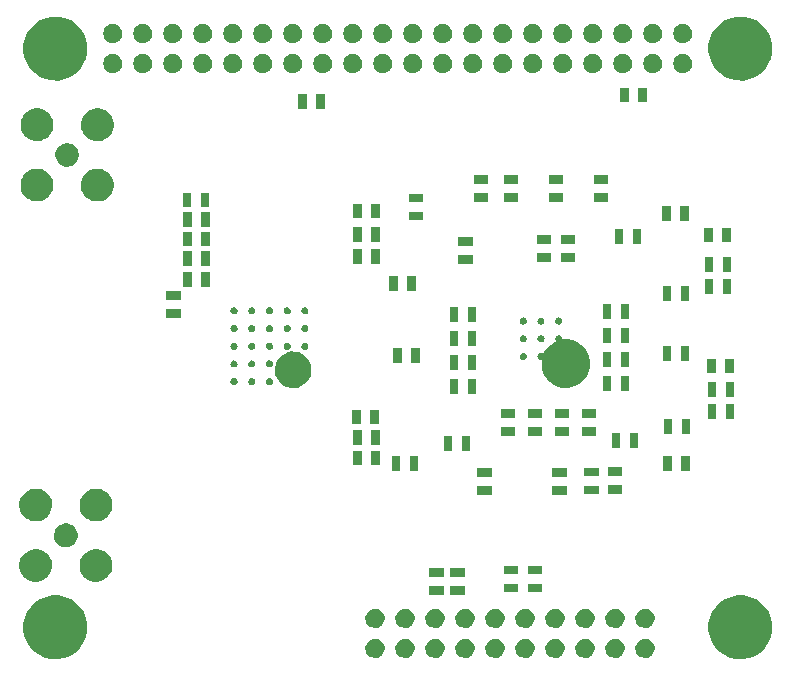
<source format=gbs>
G04 #@! TF.FileFunction,Soldermask,Bot*
%FSLAX46Y46*%
G04 Gerber Fmt 4.6, Leading zero omitted, Abs format (unit mm)*
G04 Created by KiCad (PCBNEW 4.0.6) date 10/22/17 14:56:47*
%MOMM*%
%LPD*%
G01*
G04 APERTURE LIST*
%ADD10C,0.100000*%
G04 APERTURE END LIST*
D10*
G36*
X93783592Y-120801797D02*
X94302277Y-120908268D01*
X94790398Y-121113455D01*
X95229373Y-121409546D01*
X95602477Y-121785265D01*
X95895496Y-122226293D01*
X96097271Y-122715836D01*
X96200050Y-123234908D01*
X96200050Y-123234917D01*
X96200116Y-123235251D01*
X96191671Y-123840037D01*
X96191595Y-123840371D01*
X96191595Y-123840383D01*
X96074365Y-124356375D01*
X95858998Y-124840097D01*
X95553779Y-125272772D01*
X95170327Y-125637928D01*
X94723262Y-125921644D01*
X94229597Y-126113125D01*
X93708146Y-126205070D01*
X93178765Y-126193982D01*
X92661612Y-126080278D01*
X92176404Y-125868296D01*
X91741608Y-125566104D01*
X91373786Y-125185213D01*
X91086955Y-124740139D01*
X90892034Y-124247824D01*
X90796448Y-123727020D01*
X90803842Y-123197576D01*
X90913930Y-122679652D01*
X91122522Y-122192970D01*
X91421671Y-121756075D01*
X91799984Y-121385603D01*
X92243047Y-121095670D01*
X92733989Y-120897317D01*
X93254104Y-120798100D01*
X93783592Y-120801797D01*
X93783592Y-120801797D01*
G37*
G36*
X151783592Y-120801797D02*
X152302277Y-120908268D01*
X152790398Y-121113455D01*
X153229373Y-121409546D01*
X153602477Y-121785265D01*
X153895496Y-122226293D01*
X154097271Y-122715836D01*
X154200050Y-123234908D01*
X154200050Y-123234917D01*
X154200116Y-123235251D01*
X154191671Y-123840037D01*
X154191595Y-123840371D01*
X154191595Y-123840383D01*
X154074365Y-124356375D01*
X153858998Y-124840097D01*
X153553779Y-125272772D01*
X153170327Y-125637928D01*
X152723262Y-125921644D01*
X152229597Y-126113125D01*
X151708146Y-126205070D01*
X151178765Y-126193982D01*
X150661612Y-126080278D01*
X150176404Y-125868296D01*
X149741608Y-125566104D01*
X149373786Y-125185213D01*
X149086955Y-124740139D01*
X148892034Y-124247824D01*
X148796448Y-123727020D01*
X148803842Y-123197576D01*
X148913930Y-122679652D01*
X149122522Y-122192970D01*
X149421671Y-121756075D01*
X149799984Y-121385603D01*
X150243047Y-121095670D01*
X150733989Y-120897317D01*
X151254104Y-120798100D01*
X151783592Y-120801797D01*
X151783592Y-120801797D01*
G37*
G36*
X140975288Y-124458539D02*
X141131279Y-124490560D01*
X141278075Y-124552267D01*
X141410093Y-124641314D01*
X141522302Y-124754310D01*
X141610427Y-124886946D01*
X141671105Y-125034166D01*
X141701969Y-125190036D01*
X141701969Y-125190045D01*
X141702035Y-125190379D01*
X141699495Y-125372263D01*
X141699419Y-125372597D01*
X141699419Y-125372609D01*
X141664219Y-125527546D01*
X141599448Y-125673022D01*
X141507657Y-125803145D01*
X141392334Y-125912965D01*
X141257886Y-125998288D01*
X141109420Y-126055875D01*
X140952600Y-126083526D01*
X140793393Y-126080192D01*
X140637861Y-126045996D01*
X140491939Y-125982244D01*
X140361179Y-125891363D01*
X140250558Y-125776812D01*
X140164298Y-125642963D01*
X140105677Y-125494903D01*
X140076930Y-125338272D01*
X140079154Y-125179048D01*
X140112261Y-125023289D01*
X140174995Y-124876922D01*
X140264961Y-124745530D01*
X140378736Y-124634112D01*
X140511982Y-124546918D01*
X140659629Y-124487265D01*
X140816047Y-124457427D01*
X140975288Y-124458539D01*
X140975288Y-124458539D01*
G37*
G36*
X143515288Y-124458539D02*
X143671279Y-124490560D01*
X143818075Y-124552267D01*
X143950093Y-124641314D01*
X144062302Y-124754310D01*
X144150427Y-124886946D01*
X144211105Y-125034166D01*
X144241969Y-125190036D01*
X144241969Y-125190045D01*
X144242035Y-125190379D01*
X144239495Y-125372263D01*
X144239419Y-125372597D01*
X144239419Y-125372609D01*
X144204219Y-125527546D01*
X144139448Y-125673022D01*
X144047657Y-125803145D01*
X143932334Y-125912965D01*
X143797886Y-125998288D01*
X143649420Y-126055875D01*
X143492600Y-126083526D01*
X143333393Y-126080192D01*
X143177861Y-126045996D01*
X143031939Y-125982244D01*
X142901179Y-125891363D01*
X142790558Y-125776812D01*
X142704298Y-125642963D01*
X142645677Y-125494903D01*
X142616930Y-125338272D01*
X142619154Y-125179048D01*
X142652261Y-125023289D01*
X142714995Y-124876922D01*
X142804961Y-124745530D01*
X142918736Y-124634112D01*
X143051982Y-124546918D01*
X143199629Y-124487265D01*
X143356047Y-124457427D01*
X143515288Y-124458539D01*
X143515288Y-124458539D01*
G37*
G36*
X120655288Y-124458539D02*
X120811279Y-124490560D01*
X120958075Y-124552267D01*
X121090093Y-124641314D01*
X121202302Y-124754310D01*
X121290427Y-124886946D01*
X121351105Y-125034166D01*
X121381969Y-125190036D01*
X121381969Y-125190045D01*
X121382035Y-125190379D01*
X121379495Y-125372263D01*
X121379419Y-125372597D01*
X121379419Y-125372609D01*
X121344219Y-125527546D01*
X121279448Y-125673022D01*
X121187657Y-125803145D01*
X121072334Y-125912965D01*
X120937886Y-125998288D01*
X120789420Y-126055875D01*
X120632600Y-126083526D01*
X120473393Y-126080192D01*
X120317861Y-126045996D01*
X120171939Y-125982244D01*
X120041179Y-125891363D01*
X119930558Y-125776812D01*
X119844298Y-125642963D01*
X119785677Y-125494903D01*
X119756930Y-125338272D01*
X119759154Y-125179048D01*
X119792261Y-125023289D01*
X119854995Y-124876922D01*
X119944961Y-124745530D01*
X120058736Y-124634112D01*
X120191982Y-124546918D01*
X120339629Y-124487265D01*
X120496047Y-124457427D01*
X120655288Y-124458539D01*
X120655288Y-124458539D01*
G37*
G36*
X123195288Y-124458539D02*
X123351279Y-124490560D01*
X123498075Y-124552267D01*
X123630093Y-124641314D01*
X123742302Y-124754310D01*
X123830427Y-124886946D01*
X123891105Y-125034166D01*
X123921969Y-125190036D01*
X123921969Y-125190045D01*
X123922035Y-125190379D01*
X123919495Y-125372263D01*
X123919419Y-125372597D01*
X123919419Y-125372609D01*
X123884219Y-125527546D01*
X123819448Y-125673022D01*
X123727657Y-125803145D01*
X123612334Y-125912965D01*
X123477886Y-125998288D01*
X123329420Y-126055875D01*
X123172600Y-126083526D01*
X123013393Y-126080192D01*
X122857861Y-126045996D01*
X122711939Y-125982244D01*
X122581179Y-125891363D01*
X122470558Y-125776812D01*
X122384298Y-125642963D01*
X122325677Y-125494903D01*
X122296930Y-125338272D01*
X122299154Y-125179048D01*
X122332261Y-125023289D01*
X122394995Y-124876922D01*
X122484961Y-124745530D01*
X122598736Y-124634112D01*
X122731982Y-124546918D01*
X122879629Y-124487265D01*
X123036047Y-124457427D01*
X123195288Y-124458539D01*
X123195288Y-124458539D01*
G37*
G36*
X125735288Y-124458539D02*
X125891279Y-124490560D01*
X126038075Y-124552267D01*
X126170093Y-124641314D01*
X126282302Y-124754310D01*
X126370427Y-124886946D01*
X126431105Y-125034166D01*
X126461969Y-125190036D01*
X126461969Y-125190045D01*
X126462035Y-125190379D01*
X126459495Y-125372263D01*
X126459419Y-125372597D01*
X126459419Y-125372609D01*
X126424219Y-125527546D01*
X126359448Y-125673022D01*
X126267657Y-125803145D01*
X126152334Y-125912965D01*
X126017886Y-125998288D01*
X125869420Y-126055875D01*
X125712600Y-126083526D01*
X125553393Y-126080192D01*
X125397861Y-126045996D01*
X125251939Y-125982244D01*
X125121179Y-125891363D01*
X125010558Y-125776812D01*
X124924298Y-125642963D01*
X124865677Y-125494903D01*
X124836930Y-125338272D01*
X124839154Y-125179048D01*
X124872261Y-125023289D01*
X124934995Y-124876922D01*
X125024961Y-124745530D01*
X125138736Y-124634112D01*
X125271982Y-124546918D01*
X125419629Y-124487265D01*
X125576047Y-124457427D01*
X125735288Y-124458539D01*
X125735288Y-124458539D01*
G37*
G36*
X128275288Y-124458539D02*
X128431279Y-124490560D01*
X128578075Y-124552267D01*
X128710093Y-124641314D01*
X128822302Y-124754310D01*
X128910427Y-124886946D01*
X128971105Y-125034166D01*
X129001969Y-125190036D01*
X129001969Y-125190045D01*
X129002035Y-125190379D01*
X128999495Y-125372263D01*
X128999419Y-125372597D01*
X128999419Y-125372609D01*
X128964219Y-125527546D01*
X128899448Y-125673022D01*
X128807657Y-125803145D01*
X128692334Y-125912965D01*
X128557886Y-125998288D01*
X128409420Y-126055875D01*
X128252600Y-126083526D01*
X128093393Y-126080192D01*
X127937861Y-126045996D01*
X127791939Y-125982244D01*
X127661179Y-125891363D01*
X127550558Y-125776812D01*
X127464298Y-125642963D01*
X127405677Y-125494903D01*
X127376930Y-125338272D01*
X127379154Y-125179048D01*
X127412261Y-125023289D01*
X127474995Y-124876922D01*
X127564961Y-124745530D01*
X127678736Y-124634112D01*
X127811982Y-124546918D01*
X127959629Y-124487265D01*
X128116047Y-124457427D01*
X128275288Y-124458539D01*
X128275288Y-124458539D01*
G37*
G36*
X133355288Y-124458539D02*
X133511279Y-124490560D01*
X133658075Y-124552267D01*
X133790093Y-124641314D01*
X133902302Y-124754310D01*
X133990427Y-124886946D01*
X134051105Y-125034166D01*
X134081969Y-125190036D01*
X134081969Y-125190045D01*
X134082035Y-125190379D01*
X134079495Y-125372263D01*
X134079419Y-125372597D01*
X134079419Y-125372609D01*
X134044219Y-125527546D01*
X133979448Y-125673022D01*
X133887657Y-125803145D01*
X133772334Y-125912965D01*
X133637886Y-125998288D01*
X133489420Y-126055875D01*
X133332600Y-126083526D01*
X133173393Y-126080192D01*
X133017861Y-126045996D01*
X132871939Y-125982244D01*
X132741179Y-125891363D01*
X132630558Y-125776812D01*
X132544298Y-125642963D01*
X132485677Y-125494903D01*
X132456930Y-125338272D01*
X132459154Y-125179048D01*
X132492261Y-125023289D01*
X132554995Y-124876922D01*
X132644961Y-124745530D01*
X132758736Y-124634112D01*
X132891982Y-124546918D01*
X133039629Y-124487265D01*
X133196047Y-124457427D01*
X133355288Y-124458539D01*
X133355288Y-124458539D01*
G37*
G36*
X135895288Y-124458539D02*
X136051279Y-124490560D01*
X136198075Y-124552267D01*
X136330093Y-124641314D01*
X136442302Y-124754310D01*
X136530427Y-124886946D01*
X136591105Y-125034166D01*
X136621969Y-125190036D01*
X136621969Y-125190045D01*
X136622035Y-125190379D01*
X136619495Y-125372263D01*
X136619419Y-125372597D01*
X136619419Y-125372609D01*
X136584219Y-125527546D01*
X136519448Y-125673022D01*
X136427657Y-125803145D01*
X136312334Y-125912965D01*
X136177886Y-125998288D01*
X136029420Y-126055875D01*
X135872600Y-126083526D01*
X135713393Y-126080192D01*
X135557861Y-126045996D01*
X135411939Y-125982244D01*
X135281179Y-125891363D01*
X135170558Y-125776812D01*
X135084298Y-125642963D01*
X135025677Y-125494903D01*
X134996930Y-125338272D01*
X134999154Y-125179048D01*
X135032261Y-125023289D01*
X135094995Y-124876922D01*
X135184961Y-124745530D01*
X135298736Y-124634112D01*
X135431982Y-124546918D01*
X135579629Y-124487265D01*
X135736047Y-124457427D01*
X135895288Y-124458539D01*
X135895288Y-124458539D01*
G37*
G36*
X138435288Y-124458539D02*
X138591279Y-124490560D01*
X138738075Y-124552267D01*
X138870093Y-124641314D01*
X138982302Y-124754310D01*
X139070427Y-124886946D01*
X139131105Y-125034166D01*
X139161969Y-125190036D01*
X139161969Y-125190045D01*
X139162035Y-125190379D01*
X139159495Y-125372263D01*
X139159419Y-125372597D01*
X139159419Y-125372609D01*
X139124219Y-125527546D01*
X139059448Y-125673022D01*
X138967657Y-125803145D01*
X138852334Y-125912965D01*
X138717886Y-125998288D01*
X138569420Y-126055875D01*
X138412600Y-126083526D01*
X138253393Y-126080192D01*
X138097861Y-126045996D01*
X137951939Y-125982244D01*
X137821179Y-125891363D01*
X137710558Y-125776812D01*
X137624298Y-125642963D01*
X137565677Y-125494903D01*
X137536930Y-125338272D01*
X137539154Y-125179048D01*
X137572261Y-125023289D01*
X137634995Y-124876922D01*
X137724961Y-124745530D01*
X137838736Y-124634112D01*
X137971982Y-124546918D01*
X138119629Y-124487265D01*
X138276047Y-124457427D01*
X138435288Y-124458539D01*
X138435288Y-124458539D01*
G37*
G36*
X130815288Y-124458539D02*
X130971279Y-124490560D01*
X131118075Y-124552267D01*
X131250093Y-124641314D01*
X131362302Y-124754310D01*
X131450427Y-124886946D01*
X131511105Y-125034166D01*
X131541969Y-125190036D01*
X131541969Y-125190045D01*
X131542035Y-125190379D01*
X131539495Y-125372263D01*
X131539419Y-125372597D01*
X131539419Y-125372609D01*
X131504219Y-125527546D01*
X131439448Y-125673022D01*
X131347657Y-125803145D01*
X131232334Y-125912965D01*
X131097886Y-125998288D01*
X130949420Y-126055875D01*
X130792600Y-126083526D01*
X130633393Y-126080192D01*
X130477861Y-126045996D01*
X130331939Y-125982244D01*
X130201179Y-125891363D01*
X130090558Y-125776812D01*
X130004298Y-125642963D01*
X129945677Y-125494903D01*
X129916930Y-125338272D01*
X129919154Y-125179048D01*
X129952261Y-125023289D01*
X130014995Y-124876922D01*
X130104961Y-124745530D01*
X130218736Y-124634112D01*
X130351982Y-124546918D01*
X130499629Y-124487265D01*
X130656047Y-124457427D01*
X130815288Y-124458539D01*
X130815288Y-124458539D01*
G37*
G36*
X135895288Y-121918539D02*
X136051279Y-121950560D01*
X136198075Y-122012267D01*
X136330093Y-122101314D01*
X136442302Y-122214310D01*
X136530427Y-122346946D01*
X136591105Y-122494166D01*
X136621969Y-122650036D01*
X136621969Y-122650045D01*
X136622035Y-122650379D01*
X136619495Y-122832263D01*
X136619419Y-122832597D01*
X136619419Y-122832609D01*
X136584219Y-122987546D01*
X136519448Y-123133022D01*
X136427657Y-123263145D01*
X136312334Y-123372965D01*
X136177886Y-123458288D01*
X136029420Y-123515875D01*
X135872600Y-123543526D01*
X135713393Y-123540192D01*
X135557861Y-123505996D01*
X135411939Y-123442244D01*
X135281179Y-123351363D01*
X135170558Y-123236812D01*
X135084298Y-123102963D01*
X135025677Y-122954903D01*
X134996930Y-122798272D01*
X134999154Y-122639048D01*
X135032261Y-122483289D01*
X135094995Y-122336922D01*
X135184961Y-122205530D01*
X135298736Y-122094112D01*
X135431982Y-122006918D01*
X135579629Y-121947265D01*
X135736047Y-121917427D01*
X135895288Y-121918539D01*
X135895288Y-121918539D01*
G37*
G36*
X143515288Y-121918539D02*
X143671279Y-121950560D01*
X143818075Y-122012267D01*
X143950093Y-122101314D01*
X144062302Y-122214310D01*
X144150427Y-122346946D01*
X144211105Y-122494166D01*
X144241969Y-122650036D01*
X144241969Y-122650045D01*
X144242035Y-122650379D01*
X144239495Y-122832263D01*
X144239419Y-122832597D01*
X144239419Y-122832609D01*
X144204219Y-122987546D01*
X144139448Y-123133022D01*
X144047657Y-123263145D01*
X143932334Y-123372965D01*
X143797886Y-123458288D01*
X143649420Y-123515875D01*
X143492600Y-123543526D01*
X143333393Y-123540192D01*
X143177861Y-123505996D01*
X143031939Y-123442244D01*
X142901179Y-123351363D01*
X142790558Y-123236812D01*
X142704298Y-123102963D01*
X142645677Y-122954903D01*
X142616930Y-122798272D01*
X142619154Y-122639048D01*
X142652261Y-122483289D01*
X142714995Y-122336922D01*
X142804961Y-122205530D01*
X142918736Y-122094112D01*
X143051982Y-122006918D01*
X143199629Y-121947265D01*
X143356047Y-121917427D01*
X143515288Y-121918539D01*
X143515288Y-121918539D01*
G37*
G36*
X140975288Y-121918539D02*
X141131279Y-121950560D01*
X141278075Y-122012267D01*
X141410093Y-122101314D01*
X141522302Y-122214310D01*
X141610427Y-122346946D01*
X141671105Y-122494166D01*
X141701969Y-122650036D01*
X141701969Y-122650045D01*
X141702035Y-122650379D01*
X141699495Y-122832263D01*
X141699419Y-122832597D01*
X141699419Y-122832609D01*
X141664219Y-122987546D01*
X141599448Y-123133022D01*
X141507657Y-123263145D01*
X141392334Y-123372965D01*
X141257886Y-123458288D01*
X141109420Y-123515875D01*
X140952600Y-123543526D01*
X140793393Y-123540192D01*
X140637861Y-123505996D01*
X140491939Y-123442244D01*
X140361179Y-123351363D01*
X140250558Y-123236812D01*
X140164298Y-123102963D01*
X140105677Y-122954903D01*
X140076930Y-122798272D01*
X140079154Y-122639048D01*
X140112261Y-122483289D01*
X140174995Y-122336922D01*
X140264961Y-122205530D01*
X140378736Y-122094112D01*
X140511982Y-122006918D01*
X140659629Y-121947265D01*
X140816047Y-121917427D01*
X140975288Y-121918539D01*
X140975288Y-121918539D01*
G37*
G36*
X138435288Y-121918539D02*
X138591279Y-121950560D01*
X138738075Y-122012267D01*
X138870093Y-122101314D01*
X138982302Y-122214310D01*
X139070427Y-122346946D01*
X139131105Y-122494166D01*
X139161969Y-122650036D01*
X139161969Y-122650045D01*
X139162035Y-122650379D01*
X139159495Y-122832263D01*
X139159419Y-122832597D01*
X139159419Y-122832609D01*
X139124219Y-122987546D01*
X139059448Y-123133022D01*
X138967657Y-123263145D01*
X138852334Y-123372965D01*
X138717886Y-123458288D01*
X138569420Y-123515875D01*
X138412600Y-123543526D01*
X138253393Y-123540192D01*
X138097861Y-123505996D01*
X137951939Y-123442244D01*
X137821179Y-123351363D01*
X137710558Y-123236812D01*
X137624298Y-123102963D01*
X137565677Y-122954903D01*
X137536930Y-122798272D01*
X137539154Y-122639048D01*
X137572261Y-122483289D01*
X137634995Y-122336922D01*
X137724961Y-122205530D01*
X137838736Y-122094112D01*
X137971982Y-122006918D01*
X138119629Y-121947265D01*
X138276047Y-121917427D01*
X138435288Y-121918539D01*
X138435288Y-121918539D01*
G37*
G36*
X130815288Y-121918539D02*
X130971279Y-121950560D01*
X131118075Y-122012267D01*
X131250093Y-122101314D01*
X131362302Y-122214310D01*
X131450427Y-122346946D01*
X131511105Y-122494166D01*
X131541969Y-122650036D01*
X131541969Y-122650045D01*
X131542035Y-122650379D01*
X131539495Y-122832263D01*
X131539419Y-122832597D01*
X131539419Y-122832609D01*
X131504219Y-122987546D01*
X131439448Y-123133022D01*
X131347657Y-123263145D01*
X131232334Y-123372965D01*
X131097886Y-123458288D01*
X130949420Y-123515875D01*
X130792600Y-123543526D01*
X130633393Y-123540192D01*
X130477861Y-123505996D01*
X130331939Y-123442244D01*
X130201179Y-123351363D01*
X130090558Y-123236812D01*
X130004298Y-123102963D01*
X129945677Y-122954903D01*
X129916930Y-122798272D01*
X129919154Y-122639048D01*
X129952261Y-122483289D01*
X130014995Y-122336922D01*
X130104961Y-122205530D01*
X130218736Y-122094112D01*
X130351982Y-122006918D01*
X130499629Y-121947265D01*
X130656047Y-121917427D01*
X130815288Y-121918539D01*
X130815288Y-121918539D01*
G37*
G36*
X128275288Y-121918539D02*
X128431279Y-121950560D01*
X128578075Y-122012267D01*
X128710093Y-122101314D01*
X128822302Y-122214310D01*
X128910427Y-122346946D01*
X128971105Y-122494166D01*
X129001969Y-122650036D01*
X129001969Y-122650045D01*
X129002035Y-122650379D01*
X128999495Y-122832263D01*
X128999419Y-122832597D01*
X128999419Y-122832609D01*
X128964219Y-122987546D01*
X128899448Y-123133022D01*
X128807657Y-123263145D01*
X128692334Y-123372965D01*
X128557886Y-123458288D01*
X128409420Y-123515875D01*
X128252600Y-123543526D01*
X128093393Y-123540192D01*
X127937861Y-123505996D01*
X127791939Y-123442244D01*
X127661179Y-123351363D01*
X127550558Y-123236812D01*
X127464298Y-123102963D01*
X127405677Y-122954903D01*
X127376930Y-122798272D01*
X127379154Y-122639048D01*
X127412261Y-122483289D01*
X127474995Y-122336922D01*
X127564961Y-122205530D01*
X127678736Y-122094112D01*
X127811982Y-122006918D01*
X127959629Y-121947265D01*
X128116047Y-121917427D01*
X128275288Y-121918539D01*
X128275288Y-121918539D01*
G37*
G36*
X125735288Y-121918539D02*
X125891279Y-121950560D01*
X126038075Y-122012267D01*
X126170093Y-122101314D01*
X126282302Y-122214310D01*
X126370427Y-122346946D01*
X126431105Y-122494166D01*
X126461969Y-122650036D01*
X126461969Y-122650045D01*
X126462035Y-122650379D01*
X126459495Y-122832263D01*
X126459419Y-122832597D01*
X126459419Y-122832609D01*
X126424219Y-122987546D01*
X126359448Y-123133022D01*
X126267657Y-123263145D01*
X126152334Y-123372965D01*
X126017886Y-123458288D01*
X125869420Y-123515875D01*
X125712600Y-123543526D01*
X125553393Y-123540192D01*
X125397861Y-123505996D01*
X125251939Y-123442244D01*
X125121179Y-123351363D01*
X125010558Y-123236812D01*
X124924298Y-123102963D01*
X124865677Y-122954903D01*
X124836930Y-122798272D01*
X124839154Y-122639048D01*
X124872261Y-122483289D01*
X124934995Y-122336922D01*
X125024961Y-122205530D01*
X125138736Y-122094112D01*
X125271982Y-122006918D01*
X125419629Y-121947265D01*
X125576047Y-121917427D01*
X125735288Y-121918539D01*
X125735288Y-121918539D01*
G37*
G36*
X123195288Y-121918539D02*
X123351279Y-121950560D01*
X123498075Y-122012267D01*
X123630093Y-122101314D01*
X123742302Y-122214310D01*
X123830427Y-122346946D01*
X123891105Y-122494166D01*
X123921969Y-122650036D01*
X123921969Y-122650045D01*
X123922035Y-122650379D01*
X123919495Y-122832263D01*
X123919419Y-122832597D01*
X123919419Y-122832609D01*
X123884219Y-122987546D01*
X123819448Y-123133022D01*
X123727657Y-123263145D01*
X123612334Y-123372965D01*
X123477886Y-123458288D01*
X123329420Y-123515875D01*
X123172600Y-123543526D01*
X123013393Y-123540192D01*
X122857861Y-123505996D01*
X122711939Y-123442244D01*
X122581179Y-123351363D01*
X122470558Y-123236812D01*
X122384298Y-123102963D01*
X122325677Y-122954903D01*
X122296930Y-122798272D01*
X122299154Y-122639048D01*
X122332261Y-122483289D01*
X122394995Y-122336922D01*
X122484961Y-122205530D01*
X122598736Y-122094112D01*
X122731982Y-122006918D01*
X122879629Y-121947265D01*
X123036047Y-121917427D01*
X123195288Y-121918539D01*
X123195288Y-121918539D01*
G37*
G36*
X120655288Y-121918539D02*
X120811279Y-121950560D01*
X120958075Y-122012267D01*
X121090093Y-122101314D01*
X121202302Y-122214310D01*
X121290427Y-122346946D01*
X121351105Y-122494166D01*
X121381969Y-122650036D01*
X121381969Y-122650045D01*
X121382035Y-122650379D01*
X121379495Y-122832263D01*
X121379419Y-122832597D01*
X121379419Y-122832609D01*
X121344219Y-122987546D01*
X121279448Y-123133022D01*
X121187657Y-123263145D01*
X121072334Y-123372965D01*
X120937886Y-123458288D01*
X120789420Y-123515875D01*
X120632600Y-123543526D01*
X120473393Y-123540192D01*
X120317861Y-123505996D01*
X120171939Y-123442244D01*
X120041179Y-123351363D01*
X119930558Y-123236812D01*
X119844298Y-123102963D01*
X119785677Y-122954903D01*
X119756930Y-122798272D01*
X119759154Y-122639048D01*
X119792261Y-122483289D01*
X119854995Y-122336922D01*
X119944961Y-122205530D01*
X120058736Y-122094112D01*
X120191982Y-122006918D01*
X120339629Y-121947265D01*
X120496047Y-121917427D01*
X120655288Y-121918539D01*
X120655288Y-121918539D01*
G37*
G36*
X133355288Y-121918539D02*
X133511279Y-121950560D01*
X133658075Y-122012267D01*
X133790093Y-122101314D01*
X133902302Y-122214310D01*
X133990427Y-122346946D01*
X134051105Y-122494166D01*
X134081969Y-122650036D01*
X134081969Y-122650045D01*
X134082035Y-122650379D01*
X134079495Y-122832263D01*
X134079419Y-122832597D01*
X134079419Y-122832609D01*
X134044219Y-122987546D01*
X133979448Y-123133022D01*
X133887657Y-123263145D01*
X133772334Y-123372965D01*
X133637886Y-123458288D01*
X133489420Y-123515875D01*
X133332600Y-123543526D01*
X133173393Y-123540192D01*
X133017861Y-123505996D01*
X132871939Y-123442244D01*
X132741179Y-123351363D01*
X132630558Y-123236812D01*
X132544298Y-123102963D01*
X132485677Y-122954903D01*
X132456930Y-122798272D01*
X132459154Y-122639048D01*
X132492261Y-122483289D01*
X132554995Y-122336922D01*
X132644961Y-122205530D01*
X132758736Y-122094112D01*
X132891982Y-122006918D01*
X133039629Y-121947265D01*
X133196047Y-121917427D01*
X133355288Y-121918539D01*
X133355288Y-121918539D01*
G37*
G36*
X128151500Y-120729500D02*
X126908500Y-120729500D01*
X126908500Y-119994500D01*
X128151500Y-119994500D01*
X128151500Y-120729500D01*
X128151500Y-120729500D01*
G37*
G36*
X126381500Y-120729500D02*
X125138500Y-120729500D01*
X125138500Y-119994500D01*
X126381500Y-119994500D01*
X126381500Y-120729500D01*
X126381500Y-120729500D01*
G37*
G36*
X134741500Y-120539500D02*
X133498500Y-120539500D01*
X133498500Y-119804500D01*
X134741500Y-119804500D01*
X134741500Y-120539500D01*
X134741500Y-120539500D01*
G37*
G36*
X132691500Y-120539500D02*
X131448500Y-120539500D01*
X131448500Y-119804500D01*
X132691500Y-119804500D01*
X132691500Y-120539500D01*
X132691500Y-120539500D01*
G37*
G36*
X91995415Y-116867320D02*
X92261194Y-116921877D01*
X92511309Y-117027016D01*
X92736246Y-117178737D01*
X92927424Y-117371254D01*
X93077571Y-117597243D01*
X93180961Y-117848087D01*
X93233593Y-118113897D01*
X93233593Y-118113907D01*
X93233659Y-118114241D01*
X93229332Y-118424138D01*
X93229256Y-118424472D01*
X93229256Y-118424483D01*
X93169224Y-118688713D01*
X93058869Y-118936576D01*
X92902473Y-119158282D01*
X92705987Y-119345392D01*
X92476909Y-119490769D01*
X92223951Y-119588886D01*
X91956757Y-119635999D01*
X91685498Y-119630317D01*
X91420502Y-119572054D01*
X91171879Y-119463433D01*
X90949087Y-119308588D01*
X90760611Y-119113416D01*
X90613638Y-118885358D01*
X90513758Y-118633092D01*
X90464779Y-118366226D01*
X90468568Y-118094935D01*
X90524977Y-117829549D01*
X90631862Y-117580168D01*
X90785148Y-117356300D01*
X90978999Y-117166466D01*
X91206028Y-117017902D01*
X91457590Y-116916265D01*
X91724100Y-116865425D01*
X91995415Y-116867320D01*
X91995415Y-116867320D01*
G37*
G36*
X97095215Y-116867320D02*
X97360994Y-116921877D01*
X97611109Y-117027016D01*
X97836046Y-117178737D01*
X98027224Y-117371254D01*
X98177371Y-117597243D01*
X98280761Y-117848087D01*
X98333393Y-118113897D01*
X98333393Y-118113907D01*
X98333459Y-118114241D01*
X98329132Y-118424138D01*
X98329056Y-118424472D01*
X98329056Y-118424483D01*
X98269024Y-118688713D01*
X98158669Y-118936576D01*
X98002273Y-119158282D01*
X97805787Y-119345392D01*
X97576709Y-119490769D01*
X97323751Y-119588886D01*
X97056557Y-119635999D01*
X96785298Y-119630317D01*
X96520302Y-119572054D01*
X96271679Y-119463433D01*
X96048887Y-119308588D01*
X95860411Y-119113416D01*
X95713438Y-118885358D01*
X95613558Y-118633092D01*
X95564579Y-118366226D01*
X95568368Y-118094935D01*
X95624777Y-117829549D01*
X95731662Y-117580168D01*
X95884948Y-117356300D01*
X96078799Y-117166466D01*
X96305828Y-117017902D01*
X96557390Y-116916265D01*
X96823900Y-116865425D01*
X97095215Y-116867320D01*
X97095215Y-116867320D01*
G37*
G36*
X128151500Y-119205500D02*
X126908500Y-119205500D01*
X126908500Y-118470500D01*
X128151500Y-118470500D01*
X128151500Y-119205500D01*
X128151500Y-119205500D01*
G37*
G36*
X126381500Y-119205500D02*
X125138500Y-119205500D01*
X125138500Y-118470500D01*
X126381500Y-118470500D01*
X126381500Y-119205500D01*
X126381500Y-119205500D01*
G37*
G36*
X132691500Y-119015500D02*
X131448500Y-119015500D01*
X131448500Y-118280500D01*
X132691500Y-118280500D01*
X132691500Y-119015500D01*
X132691500Y-119015500D01*
G37*
G36*
X134741500Y-119015500D02*
X133498500Y-119015500D01*
X133498500Y-118280500D01*
X134741500Y-118280500D01*
X134741500Y-119015500D01*
X134741500Y-119015500D01*
G37*
G36*
X94505297Y-114698166D02*
X94697884Y-114737698D01*
X94879120Y-114813883D01*
X95042113Y-114923823D01*
X95180642Y-115063322D01*
X95289442Y-115227079D01*
X95364357Y-115408839D01*
X95402478Y-115601356D01*
X95402478Y-115601371D01*
X95402543Y-115601700D01*
X95399408Y-115826255D01*
X95399332Y-115826589D01*
X95399332Y-115826601D01*
X95355855Y-116017968D01*
X95275889Y-116197573D01*
X95162563Y-116358224D01*
X95020185Y-116493808D01*
X94854194Y-116599149D01*
X94670897Y-116670246D01*
X94477286Y-116704384D01*
X94280728Y-116700267D01*
X94088709Y-116658049D01*
X93908556Y-116579342D01*
X93747112Y-116467136D01*
X93610542Y-116325714D01*
X93504044Y-116160462D01*
X93431670Y-115977666D01*
X93396179Y-115784290D01*
X93398925Y-115587710D01*
X93439799Y-115395409D01*
X93517250Y-115214704D01*
X93628323Y-115052486D01*
X93768790Y-114914930D01*
X93933297Y-114807279D01*
X94115583Y-114733631D01*
X94308698Y-114696793D01*
X94505297Y-114698166D01*
X94505297Y-114698166D01*
G37*
G36*
X91995415Y-111767520D02*
X92261194Y-111822077D01*
X92511309Y-111927216D01*
X92736246Y-112078937D01*
X92927424Y-112271454D01*
X93077571Y-112497443D01*
X93180961Y-112748287D01*
X93233593Y-113014097D01*
X93233593Y-113014107D01*
X93233659Y-113014441D01*
X93229332Y-113324338D01*
X93229256Y-113324672D01*
X93229256Y-113324683D01*
X93169224Y-113588913D01*
X93058869Y-113836776D01*
X92902473Y-114058482D01*
X92705987Y-114245592D01*
X92476909Y-114390969D01*
X92223951Y-114489086D01*
X91956757Y-114536199D01*
X91685498Y-114530517D01*
X91420502Y-114472254D01*
X91171879Y-114363633D01*
X90949087Y-114208788D01*
X90760611Y-114013616D01*
X90613638Y-113785558D01*
X90513758Y-113533292D01*
X90464779Y-113266426D01*
X90468568Y-112995135D01*
X90524977Y-112729749D01*
X90631862Y-112480368D01*
X90785148Y-112256500D01*
X90978999Y-112066666D01*
X91206028Y-111918102D01*
X91457590Y-111816465D01*
X91724100Y-111765625D01*
X91995415Y-111767520D01*
X91995415Y-111767520D01*
G37*
G36*
X97095215Y-111767520D02*
X97360994Y-111822077D01*
X97611109Y-111927216D01*
X97836046Y-112078937D01*
X98027224Y-112271454D01*
X98177371Y-112497443D01*
X98280761Y-112748287D01*
X98333393Y-113014097D01*
X98333393Y-113014107D01*
X98333459Y-113014441D01*
X98329132Y-113324338D01*
X98329056Y-113324672D01*
X98329056Y-113324683D01*
X98269024Y-113588913D01*
X98158669Y-113836776D01*
X98002273Y-114058482D01*
X97805787Y-114245592D01*
X97576709Y-114390969D01*
X97323751Y-114489086D01*
X97056557Y-114536199D01*
X96785298Y-114530517D01*
X96520302Y-114472254D01*
X96271679Y-114363633D01*
X96048887Y-114208788D01*
X95860411Y-114013616D01*
X95713438Y-113785558D01*
X95613558Y-113533292D01*
X95564579Y-113266426D01*
X95568368Y-112995135D01*
X95624777Y-112729749D01*
X95731662Y-112480368D01*
X95884948Y-112256500D01*
X96078799Y-112066666D01*
X96305828Y-111918102D01*
X96557390Y-111816465D01*
X96823900Y-111765625D01*
X97095215Y-111767520D01*
X97095215Y-111767520D01*
G37*
G36*
X130451500Y-112279500D02*
X129208500Y-112279500D01*
X129208500Y-111544500D01*
X130451500Y-111544500D01*
X130451500Y-112279500D01*
X130451500Y-112279500D01*
G37*
G36*
X136831500Y-112269500D02*
X135588500Y-112269500D01*
X135588500Y-111534500D01*
X136831500Y-111534500D01*
X136831500Y-112269500D01*
X136831500Y-112269500D01*
G37*
G36*
X139501500Y-112229500D02*
X138258500Y-112229500D01*
X138258500Y-111494500D01*
X139501500Y-111494500D01*
X139501500Y-112229500D01*
X139501500Y-112229500D01*
G37*
G36*
X141511500Y-112199500D02*
X140268500Y-112199500D01*
X140268500Y-111464500D01*
X141511500Y-111464500D01*
X141511500Y-112199500D01*
X141511500Y-112199500D01*
G37*
G36*
X130451500Y-110755500D02*
X129208500Y-110755500D01*
X129208500Y-110020500D01*
X130451500Y-110020500D01*
X130451500Y-110755500D01*
X130451500Y-110755500D01*
G37*
G36*
X136831500Y-110745500D02*
X135588500Y-110745500D01*
X135588500Y-110010500D01*
X136831500Y-110010500D01*
X136831500Y-110745500D01*
X136831500Y-110745500D01*
G37*
G36*
X139501500Y-110705500D02*
X138258500Y-110705500D01*
X138258500Y-109970500D01*
X139501500Y-109970500D01*
X139501500Y-110705500D01*
X139501500Y-110705500D01*
G37*
G36*
X141511500Y-110675500D02*
X140268500Y-110675500D01*
X140268500Y-109940500D01*
X141511500Y-109940500D01*
X141511500Y-110675500D01*
X141511500Y-110675500D01*
G37*
G36*
X145705500Y-110271500D02*
X144970500Y-110271500D01*
X144970500Y-109028500D01*
X145705500Y-109028500D01*
X145705500Y-110271500D01*
X145705500Y-110271500D01*
G37*
G36*
X124229500Y-110271500D02*
X123494500Y-110271500D01*
X123494500Y-109028500D01*
X124229500Y-109028500D01*
X124229500Y-110271500D01*
X124229500Y-110271500D01*
G37*
G36*
X122705500Y-110271500D02*
X121970500Y-110271500D01*
X121970500Y-109028500D01*
X122705500Y-109028500D01*
X122705500Y-110271500D01*
X122705500Y-110271500D01*
G37*
G36*
X147229500Y-110271500D02*
X146494500Y-110271500D01*
X146494500Y-109028500D01*
X147229500Y-109028500D01*
X147229500Y-110271500D01*
X147229500Y-110271500D01*
G37*
G36*
X120989500Y-109781500D02*
X120254500Y-109781500D01*
X120254500Y-108538500D01*
X120989500Y-108538500D01*
X120989500Y-109781500D01*
X120989500Y-109781500D01*
G37*
G36*
X119465500Y-109781500D02*
X118730500Y-109781500D01*
X118730500Y-108538500D01*
X119465500Y-108538500D01*
X119465500Y-109781500D01*
X119465500Y-109781500D01*
G37*
G36*
X128637500Y-108571500D02*
X127902500Y-108571500D01*
X127902500Y-107328500D01*
X128637500Y-107328500D01*
X128637500Y-108571500D01*
X128637500Y-108571500D01*
G37*
G36*
X127113500Y-108571500D02*
X126378500Y-108571500D01*
X126378500Y-107328500D01*
X127113500Y-107328500D01*
X127113500Y-108571500D01*
X127113500Y-108571500D01*
G37*
G36*
X141337500Y-108317500D02*
X140602500Y-108317500D01*
X140602500Y-107074500D01*
X141337500Y-107074500D01*
X141337500Y-108317500D01*
X141337500Y-108317500D01*
G37*
G36*
X142861500Y-108317500D02*
X142126500Y-108317500D01*
X142126500Y-107074500D01*
X142861500Y-107074500D01*
X142861500Y-108317500D01*
X142861500Y-108317500D01*
G37*
G36*
X120949500Y-108051500D02*
X120214500Y-108051500D01*
X120214500Y-106808500D01*
X120949500Y-106808500D01*
X120949500Y-108051500D01*
X120949500Y-108051500D01*
G37*
G36*
X119425500Y-108051500D02*
X118690500Y-108051500D01*
X118690500Y-106808500D01*
X119425500Y-106808500D01*
X119425500Y-108051500D01*
X119425500Y-108051500D01*
G37*
G36*
X132447500Y-107301500D02*
X131204500Y-107301500D01*
X131204500Y-106566500D01*
X132447500Y-106566500D01*
X132447500Y-107301500D01*
X132447500Y-107301500D01*
G37*
G36*
X137019500Y-107301500D02*
X135776500Y-107301500D01*
X135776500Y-106566500D01*
X137019500Y-106566500D01*
X137019500Y-107301500D01*
X137019500Y-107301500D01*
G37*
G36*
X134733500Y-107301500D02*
X133490500Y-107301500D01*
X133490500Y-106566500D01*
X134733500Y-106566500D01*
X134733500Y-107301500D01*
X134733500Y-107301500D01*
G37*
G36*
X139305500Y-107301500D02*
X138062500Y-107301500D01*
X138062500Y-106566500D01*
X139305500Y-106566500D01*
X139305500Y-107301500D01*
X139305500Y-107301500D01*
G37*
G36*
X145755500Y-107131500D02*
X145020500Y-107131500D01*
X145020500Y-105888500D01*
X145755500Y-105888500D01*
X145755500Y-107131500D01*
X145755500Y-107131500D01*
G37*
G36*
X147279500Y-107131500D02*
X146544500Y-107131500D01*
X146544500Y-105888500D01*
X147279500Y-105888500D01*
X147279500Y-107131500D01*
X147279500Y-107131500D01*
G37*
G36*
X119375500Y-106321500D02*
X118640500Y-106321500D01*
X118640500Y-105078500D01*
X119375500Y-105078500D01*
X119375500Y-106321500D01*
X119375500Y-106321500D01*
G37*
G36*
X120899500Y-106321500D02*
X120164500Y-106321500D01*
X120164500Y-105078500D01*
X120899500Y-105078500D01*
X120899500Y-106321500D01*
X120899500Y-106321500D01*
G37*
G36*
X150999500Y-105871500D02*
X150264500Y-105871500D01*
X150264500Y-104628500D01*
X150999500Y-104628500D01*
X150999500Y-105871500D01*
X150999500Y-105871500D01*
G37*
G36*
X149475500Y-105871500D02*
X148740500Y-105871500D01*
X148740500Y-104628500D01*
X149475500Y-104628500D01*
X149475500Y-105871500D01*
X149475500Y-105871500D01*
G37*
G36*
X139305500Y-105777500D02*
X138062500Y-105777500D01*
X138062500Y-105042500D01*
X139305500Y-105042500D01*
X139305500Y-105777500D01*
X139305500Y-105777500D01*
G37*
G36*
X134733500Y-105777500D02*
X133490500Y-105777500D01*
X133490500Y-105042500D01*
X134733500Y-105042500D01*
X134733500Y-105777500D01*
X134733500Y-105777500D01*
G37*
G36*
X137019500Y-105777500D02*
X135776500Y-105777500D01*
X135776500Y-105042500D01*
X137019500Y-105042500D01*
X137019500Y-105777500D01*
X137019500Y-105777500D01*
G37*
G36*
X132447500Y-105777500D02*
X131204500Y-105777500D01*
X131204500Y-105042500D01*
X132447500Y-105042500D01*
X132447500Y-105777500D01*
X132447500Y-105777500D01*
G37*
G36*
X150999500Y-103981500D02*
X150264500Y-103981500D01*
X150264500Y-102738500D01*
X150999500Y-102738500D01*
X150999500Y-103981500D01*
X150999500Y-103981500D01*
G37*
G36*
X149475500Y-103981500D02*
X148740500Y-103981500D01*
X148740500Y-102738500D01*
X149475500Y-102738500D01*
X149475500Y-103981500D01*
X149475500Y-103981500D01*
G37*
G36*
X127621500Y-103745500D02*
X126886500Y-103745500D01*
X126886500Y-102502500D01*
X127621500Y-102502500D01*
X127621500Y-103745500D01*
X127621500Y-103745500D01*
G37*
G36*
X129145500Y-103745500D02*
X128410500Y-103745500D01*
X128410500Y-102502500D01*
X129145500Y-102502500D01*
X129145500Y-103745500D01*
X129145500Y-103745500D01*
G37*
G36*
X142099500Y-103491500D02*
X141364500Y-103491500D01*
X141364500Y-102248500D01*
X142099500Y-102248500D01*
X142099500Y-103491500D01*
X142099500Y-103491500D01*
G37*
G36*
X140575500Y-103491500D02*
X139840500Y-103491500D01*
X139840500Y-102248500D01*
X140575500Y-102248500D01*
X140575500Y-103491500D01*
X140575500Y-103491500D01*
G37*
G36*
X113795803Y-100146030D02*
X114093567Y-100207153D01*
X114373784Y-100324945D01*
X114625788Y-100494923D01*
X114839979Y-100710615D01*
X115008194Y-100963798D01*
X115124027Y-101244830D01*
X115183001Y-101542671D01*
X115183001Y-101542681D01*
X115183067Y-101543015D01*
X115178219Y-101890207D01*
X115178142Y-101890545D01*
X115178142Y-101890553D01*
X115110878Y-102186622D01*
X114987241Y-102464315D01*
X114812023Y-102712703D01*
X114591891Y-102922331D01*
X114335244Y-103085204D01*
X114051843Y-103195129D01*
X113752492Y-103247912D01*
X113448588Y-103241546D01*
X113151703Y-103176272D01*
X112873161Y-103054579D01*
X112623549Y-102881095D01*
X112412394Y-102662437D01*
X112247733Y-102406934D01*
X112135833Y-102124308D01*
X112080960Y-101825325D01*
X112085205Y-101521385D01*
X112148402Y-101224061D01*
X112268151Y-100944667D01*
X112439884Y-100693857D01*
X112657065Y-100481178D01*
X112911416Y-100314735D01*
X113193253Y-100200866D01*
X113491836Y-100143908D01*
X113795803Y-100146030D01*
X113795803Y-100146030D01*
G37*
G36*
X136151511Y-98760198D02*
X136209143Y-98772027D01*
X136263377Y-98794825D01*
X136312153Y-98827725D01*
X136353613Y-98869476D01*
X136386168Y-98918475D01*
X136408588Y-98972868D01*
X136419948Y-99030239D01*
X136419948Y-99030254D01*
X136420013Y-99030583D01*
X136419468Y-99069646D01*
X136421189Y-99083104D01*
X136426791Y-99096010D01*
X136435767Y-99106844D01*
X136447406Y-99114749D01*
X136460786Y-99119099D01*
X136478768Y-99118960D01*
X136533301Y-99108557D01*
X136935320Y-99111364D01*
X137329137Y-99192203D01*
X137699747Y-99347993D01*
X138033045Y-99572805D01*
X138316324Y-99858068D01*
X138538805Y-100192928D01*
X138692001Y-100564613D01*
X138770022Y-100958643D01*
X138770022Y-100958653D01*
X138770088Y-100958987D01*
X138763676Y-101418176D01*
X138763600Y-101418510D01*
X138763600Y-101418522D01*
X138674611Y-101810210D01*
X138511091Y-102177481D01*
X138279351Y-102505994D01*
X137988211Y-102783243D01*
X137648773Y-102998656D01*
X137273953Y-103144040D01*
X136878038Y-103213850D01*
X136476100Y-103205431D01*
X136083445Y-103119100D01*
X135715048Y-102958151D01*
X135384925Y-102728709D01*
X135105652Y-102439514D01*
X134887873Y-102101588D01*
X134739877Y-101727793D01*
X134667303Y-101332367D01*
X134672917Y-100930384D01*
X134674993Y-100920616D01*
X134675953Y-100906579D01*
X134672965Y-100892830D01*
X134666265Y-100880459D01*
X134656383Y-100870443D01*
X134644102Y-100863578D01*
X134627132Y-100860230D01*
X134584309Y-100859334D01*
X134526845Y-100846699D01*
X134472936Y-100823147D01*
X134424619Y-100789566D01*
X134383751Y-100747246D01*
X134351883Y-100697797D01*
X134330224Y-100643093D01*
X134319603Y-100585222D01*
X134320425Y-100526397D01*
X134332656Y-100468851D01*
X134355834Y-100414773D01*
X134389073Y-100366229D01*
X134431109Y-100325065D01*
X134480336Y-100292851D01*
X134534889Y-100270810D01*
X134592675Y-100259786D01*
X134651511Y-100260198D01*
X134709143Y-100272027D01*
X134763380Y-100294827D01*
X134788504Y-100311773D01*
X134801159Y-100317921D01*
X134815026Y-100320300D01*
X134829007Y-100318722D01*
X134841994Y-100313311D01*
X134852960Y-100304496D01*
X134862420Y-100290018D01*
X134914878Y-100167625D01*
X135142009Y-99835909D01*
X135429247Y-99554623D01*
X135765647Y-99334490D01*
X135847924Y-99301248D01*
X135860098Y-99294195D01*
X135869825Y-99284029D01*
X135876334Y-99271556D01*
X135879111Y-99257763D01*
X135877936Y-99243742D01*
X135871222Y-99227803D01*
X135851882Y-99197794D01*
X135830224Y-99143093D01*
X135819603Y-99085222D01*
X135820425Y-99026397D01*
X135832656Y-98968851D01*
X135855834Y-98914773D01*
X135889073Y-98866229D01*
X135931109Y-98825065D01*
X135980336Y-98792851D01*
X136034889Y-98770810D01*
X136092675Y-98759786D01*
X136151511Y-98760198D01*
X136151511Y-98760198D01*
G37*
G36*
X108664511Y-102395198D02*
X108722143Y-102407027D01*
X108776377Y-102429825D01*
X108825153Y-102462725D01*
X108866613Y-102504476D01*
X108899168Y-102553475D01*
X108921588Y-102607868D01*
X108932948Y-102665239D01*
X108932948Y-102665254D01*
X108933013Y-102665583D01*
X108932075Y-102732782D01*
X108931999Y-102733116D01*
X108931999Y-102733127D01*
X108919043Y-102790153D01*
X108895112Y-102843902D01*
X108861203Y-102891973D01*
X108818590Y-102932552D01*
X108768921Y-102964073D01*
X108714067Y-102985349D01*
X108656129Y-102995565D01*
X108597309Y-102994334D01*
X108539845Y-102981699D01*
X108485936Y-102958147D01*
X108437619Y-102924566D01*
X108396751Y-102882246D01*
X108364883Y-102832797D01*
X108343224Y-102778093D01*
X108332603Y-102720222D01*
X108333425Y-102661397D01*
X108345656Y-102603851D01*
X108368834Y-102549773D01*
X108402073Y-102501229D01*
X108444109Y-102460065D01*
X108493336Y-102427851D01*
X108547889Y-102405810D01*
X108605675Y-102394786D01*
X108664511Y-102395198D01*
X108664511Y-102395198D01*
G37*
G36*
X111664511Y-102395198D02*
X111722143Y-102407027D01*
X111776377Y-102429825D01*
X111825153Y-102462725D01*
X111866613Y-102504476D01*
X111899168Y-102553475D01*
X111921588Y-102607868D01*
X111932948Y-102665239D01*
X111932948Y-102665254D01*
X111933013Y-102665583D01*
X111932075Y-102732782D01*
X111931999Y-102733116D01*
X111931999Y-102733127D01*
X111919043Y-102790153D01*
X111895112Y-102843902D01*
X111861203Y-102891973D01*
X111818590Y-102932552D01*
X111768921Y-102964073D01*
X111714067Y-102985349D01*
X111656129Y-102995565D01*
X111597309Y-102994334D01*
X111539845Y-102981699D01*
X111485936Y-102958147D01*
X111437619Y-102924566D01*
X111396751Y-102882246D01*
X111364883Y-102832797D01*
X111343224Y-102778093D01*
X111332603Y-102720222D01*
X111333425Y-102661397D01*
X111345656Y-102603851D01*
X111368834Y-102549773D01*
X111402073Y-102501229D01*
X111444109Y-102460065D01*
X111493336Y-102427851D01*
X111547889Y-102405810D01*
X111605675Y-102394786D01*
X111664511Y-102395198D01*
X111664511Y-102395198D01*
G37*
G36*
X110164511Y-102395198D02*
X110222143Y-102407027D01*
X110276377Y-102429825D01*
X110325153Y-102462725D01*
X110366613Y-102504476D01*
X110399168Y-102553475D01*
X110421588Y-102607868D01*
X110432948Y-102665239D01*
X110432948Y-102665254D01*
X110433013Y-102665583D01*
X110432075Y-102732782D01*
X110431999Y-102733116D01*
X110431999Y-102733127D01*
X110419043Y-102790153D01*
X110395112Y-102843902D01*
X110361203Y-102891973D01*
X110318590Y-102932552D01*
X110268921Y-102964073D01*
X110214067Y-102985349D01*
X110156129Y-102995565D01*
X110097309Y-102994334D01*
X110039845Y-102981699D01*
X109985936Y-102958147D01*
X109937619Y-102924566D01*
X109896751Y-102882246D01*
X109864883Y-102832797D01*
X109843224Y-102778093D01*
X109832603Y-102720222D01*
X109833425Y-102661397D01*
X109845656Y-102603851D01*
X109868834Y-102549773D01*
X109902073Y-102501229D01*
X109944109Y-102460065D01*
X109993336Y-102427851D01*
X110047889Y-102405810D01*
X110105675Y-102394786D01*
X110164511Y-102395198D01*
X110164511Y-102395198D01*
G37*
G36*
X149445500Y-102001500D02*
X148710500Y-102001500D01*
X148710500Y-100758500D01*
X149445500Y-100758500D01*
X149445500Y-102001500D01*
X149445500Y-102001500D01*
G37*
G36*
X150969500Y-102001500D02*
X150234500Y-102001500D01*
X150234500Y-100758500D01*
X150969500Y-100758500D01*
X150969500Y-102001500D01*
X150969500Y-102001500D01*
G37*
G36*
X129145500Y-101713500D02*
X128410500Y-101713500D01*
X128410500Y-100470500D01*
X129145500Y-100470500D01*
X129145500Y-101713500D01*
X129145500Y-101713500D01*
G37*
G36*
X127621500Y-101713500D02*
X126886500Y-101713500D01*
X126886500Y-100470500D01*
X127621500Y-100470500D01*
X127621500Y-101713500D01*
X127621500Y-101713500D01*
G37*
G36*
X108664511Y-100895198D02*
X108722143Y-100907027D01*
X108776377Y-100929825D01*
X108825153Y-100962725D01*
X108866613Y-101004476D01*
X108899168Y-101053475D01*
X108921588Y-101107868D01*
X108932948Y-101165239D01*
X108932948Y-101165254D01*
X108933013Y-101165583D01*
X108932075Y-101232782D01*
X108931999Y-101233116D01*
X108931999Y-101233127D01*
X108919043Y-101290153D01*
X108895112Y-101343902D01*
X108861203Y-101391973D01*
X108818590Y-101432552D01*
X108768921Y-101464073D01*
X108714067Y-101485349D01*
X108656129Y-101495565D01*
X108597309Y-101494334D01*
X108539845Y-101481699D01*
X108485936Y-101458147D01*
X108437619Y-101424566D01*
X108396751Y-101382246D01*
X108364883Y-101332797D01*
X108343224Y-101278093D01*
X108332603Y-101220222D01*
X108333425Y-101161397D01*
X108345656Y-101103851D01*
X108368834Y-101049773D01*
X108402073Y-101001229D01*
X108444109Y-100960065D01*
X108493336Y-100927851D01*
X108547889Y-100905810D01*
X108605675Y-100894786D01*
X108664511Y-100895198D01*
X108664511Y-100895198D01*
G37*
G36*
X110164511Y-100895198D02*
X110222143Y-100907027D01*
X110276377Y-100929825D01*
X110325153Y-100962725D01*
X110366613Y-101004476D01*
X110399168Y-101053475D01*
X110421588Y-101107868D01*
X110432948Y-101165239D01*
X110432948Y-101165254D01*
X110433013Y-101165583D01*
X110432075Y-101232782D01*
X110431999Y-101233116D01*
X110431999Y-101233127D01*
X110419043Y-101290153D01*
X110395112Y-101343902D01*
X110361203Y-101391973D01*
X110318590Y-101432552D01*
X110268921Y-101464073D01*
X110214067Y-101485349D01*
X110156129Y-101495565D01*
X110097309Y-101494334D01*
X110039845Y-101481699D01*
X109985936Y-101458147D01*
X109937619Y-101424566D01*
X109896751Y-101382246D01*
X109864883Y-101332797D01*
X109843224Y-101278093D01*
X109832603Y-101220222D01*
X109833425Y-101161397D01*
X109845656Y-101103851D01*
X109868834Y-101049773D01*
X109902073Y-101001229D01*
X109944109Y-100960065D01*
X109993336Y-100927851D01*
X110047889Y-100905810D01*
X110105675Y-100894786D01*
X110164511Y-100895198D01*
X110164511Y-100895198D01*
G37*
G36*
X111664511Y-100895198D02*
X111722143Y-100907027D01*
X111776377Y-100929825D01*
X111825153Y-100962725D01*
X111866613Y-101004476D01*
X111899168Y-101053475D01*
X111921588Y-101107868D01*
X111932948Y-101165239D01*
X111932948Y-101165254D01*
X111933013Y-101165583D01*
X111932075Y-101232782D01*
X111931999Y-101233116D01*
X111931999Y-101233127D01*
X111919043Y-101290153D01*
X111895112Y-101343902D01*
X111861203Y-101391973D01*
X111818590Y-101432552D01*
X111768921Y-101464073D01*
X111714067Y-101485349D01*
X111656129Y-101495565D01*
X111597309Y-101494334D01*
X111539845Y-101481699D01*
X111485936Y-101458147D01*
X111437619Y-101424566D01*
X111396751Y-101382246D01*
X111364883Y-101332797D01*
X111343224Y-101278093D01*
X111332603Y-101220222D01*
X111333425Y-101161397D01*
X111345656Y-101103851D01*
X111368834Y-101049773D01*
X111402073Y-101001229D01*
X111444109Y-100960065D01*
X111493336Y-100927851D01*
X111547889Y-100905810D01*
X111605675Y-100894786D01*
X111664511Y-100895198D01*
X111664511Y-100895198D01*
G37*
G36*
X140575500Y-101459500D02*
X139840500Y-101459500D01*
X139840500Y-100216500D01*
X140575500Y-100216500D01*
X140575500Y-101459500D01*
X140575500Y-101459500D01*
G37*
G36*
X142099500Y-101459500D02*
X141364500Y-101459500D01*
X141364500Y-100216500D01*
X142099500Y-100216500D01*
X142099500Y-101459500D01*
X142099500Y-101459500D01*
G37*
G36*
X122835500Y-101091500D02*
X122100500Y-101091500D01*
X122100500Y-99848500D01*
X122835500Y-99848500D01*
X122835500Y-101091500D01*
X122835500Y-101091500D01*
G37*
G36*
X124359500Y-101091500D02*
X123624500Y-101091500D01*
X123624500Y-99848500D01*
X124359500Y-99848500D01*
X124359500Y-101091500D01*
X124359500Y-101091500D01*
G37*
G36*
X145655500Y-100951500D02*
X144920500Y-100951500D01*
X144920500Y-99708500D01*
X145655500Y-99708500D01*
X145655500Y-100951500D01*
X145655500Y-100951500D01*
G37*
G36*
X147179500Y-100951500D02*
X146444500Y-100951500D01*
X146444500Y-99708500D01*
X147179500Y-99708500D01*
X147179500Y-100951500D01*
X147179500Y-100951500D01*
G37*
G36*
X133151511Y-100260198D02*
X133209143Y-100272027D01*
X133263377Y-100294825D01*
X133312153Y-100327725D01*
X133353613Y-100369476D01*
X133386168Y-100418475D01*
X133408588Y-100472868D01*
X133419948Y-100530239D01*
X133419948Y-100530254D01*
X133420013Y-100530583D01*
X133419075Y-100597782D01*
X133418999Y-100598116D01*
X133418999Y-100598127D01*
X133406043Y-100655153D01*
X133382112Y-100708902D01*
X133348203Y-100756973D01*
X133305590Y-100797552D01*
X133255921Y-100829073D01*
X133201067Y-100850349D01*
X133143129Y-100860565D01*
X133084309Y-100859334D01*
X133026845Y-100846699D01*
X132972936Y-100823147D01*
X132924619Y-100789566D01*
X132883751Y-100747246D01*
X132851883Y-100697797D01*
X132830224Y-100643093D01*
X132819603Y-100585222D01*
X132820425Y-100526397D01*
X132832656Y-100468851D01*
X132855834Y-100414773D01*
X132889073Y-100366229D01*
X132931109Y-100325065D01*
X132980336Y-100292851D01*
X133034889Y-100270810D01*
X133092675Y-100259786D01*
X133151511Y-100260198D01*
X133151511Y-100260198D01*
G37*
G36*
X108664511Y-99395198D02*
X108722143Y-99407027D01*
X108776377Y-99429825D01*
X108825153Y-99462725D01*
X108866613Y-99504476D01*
X108899168Y-99553475D01*
X108921588Y-99607868D01*
X108932948Y-99665239D01*
X108932948Y-99665254D01*
X108933013Y-99665583D01*
X108932075Y-99732782D01*
X108931999Y-99733116D01*
X108931999Y-99733127D01*
X108919043Y-99790153D01*
X108895112Y-99843902D01*
X108861203Y-99891973D01*
X108818590Y-99932552D01*
X108768921Y-99964073D01*
X108714067Y-99985349D01*
X108656129Y-99995565D01*
X108597309Y-99994334D01*
X108539845Y-99981699D01*
X108485936Y-99958147D01*
X108437619Y-99924566D01*
X108396751Y-99882246D01*
X108364883Y-99832797D01*
X108343224Y-99778093D01*
X108332603Y-99720222D01*
X108333425Y-99661397D01*
X108345656Y-99603851D01*
X108368834Y-99549773D01*
X108402073Y-99501229D01*
X108444109Y-99460065D01*
X108493336Y-99427851D01*
X108547889Y-99405810D01*
X108605675Y-99394786D01*
X108664511Y-99395198D01*
X108664511Y-99395198D01*
G37*
G36*
X110164511Y-99395198D02*
X110222143Y-99407027D01*
X110276377Y-99429825D01*
X110325153Y-99462725D01*
X110366613Y-99504476D01*
X110399168Y-99553475D01*
X110421588Y-99607868D01*
X110432948Y-99665239D01*
X110432948Y-99665254D01*
X110433013Y-99665583D01*
X110432075Y-99732782D01*
X110431999Y-99733116D01*
X110431999Y-99733127D01*
X110419043Y-99790153D01*
X110395112Y-99843902D01*
X110361203Y-99891973D01*
X110318590Y-99932552D01*
X110268921Y-99964073D01*
X110214067Y-99985349D01*
X110156129Y-99995565D01*
X110097309Y-99994334D01*
X110039845Y-99981699D01*
X109985936Y-99958147D01*
X109937619Y-99924566D01*
X109896751Y-99882246D01*
X109864883Y-99832797D01*
X109843224Y-99778093D01*
X109832603Y-99720222D01*
X109833425Y-99661397D01*
X109845656Y-99603851D01*
X109868834Y-99549773D01*
X109902073Y-99501229D01*
X109944109Y-99460065D01*
X109993336Y-99427851D01*
X110047889Y-99405810D01*
X110105675Y-99394786D01*
X110164511Y-99395198D01*
X110164511Y-99395198D01*
G37*
G36*
X111664511Y-99395198D02*
X111722143Y-99407027D01*
X111776377Y-99429825D01*
X111825153Y-99462725D01*
X111866613Y-99504476D01*
X111899168Y-99553475D01*
X111921588Y-99607868D01*
X111932948Y-99665239D01*
X111932948Y-99665254D01*
X111933013Y-99665583D01*
X111932075Y-99732782D01*
X111931999Y-99733116D01*
X111931999Y-99733127D01*
X111919043Y-99790153D01*
X111895112Y-99843902D01*
X111861203Y-99891973D01*
X111818590Y-99932552D01*
X111768921Y-99964073D01*
X111714067Y-99985349D01*
X111656129Y-99995565D01*
X111597309Y-99994334D01*
X111539845Y-99981699D01*
X111485936Y-99958147D01*
X111437619Y-99924566D01*
X111396751Y-99882246D01*
X111364883Y-99832797D01*
X111343224Y-99778093D01*
X111332603Y-99720222D01*
X111333425Y-99661397D01*
X111345656Y-99603851D01*
X111368834Y-99549773D01*
X111402073Y-99501229D01*
X111444109Y-99460065D01*
X111493336Y-99427851D01*
X111547889Y-99405810D01*
X111605675Y-99394786D01*
X111664511Y-99395198D01*
X111664511Y-99395198D01*
G37*
G36*
X113164511Y-99395198D02*
X113222143Y-99407027D01*
X113276377Y-99429825D01*
X113325153Y-99462725D01*
X113366613Y-99504476D01*
X113399168Y-99553475D01*
X113421588Y-99607868D01*
X113432948Y-99665239D01*
X113432948Y-99665254D01*
X113433013Y-99665583D01*
X113432075Y-99732782D01*
X113431999Y-99733116D01*
X113431999Y-99733127D01*
X113419043Y-99790153D01*
X113395112Y-99843902D01*
X113361203Y-99891973D01*
X113318590Y-99932552D01*
X113268921Y-99964073D01*
X113214067Y-99985349D01*
X113156129Y-99995565D01*
X113097309Y-99994334D01*
X113039845Y-99981699D01*
X112985936Y-99958147D01*
X112937619Y-99924566D01*
X112896751Y-99882246D01*
X112864883Y-99832797D01*
X112843224Y-99778093D01*
X112832603Y-99720222D01*
X112833425Y-99661397D01*
X112845656Y-99603851D01*
X112868834Y-99549773D01*
X112902073Y-99501229D01*
X112944109Y-99460065D01*
X112993336Y-99427851D01*
X113047889Y-99405810D01*
X113105675Y-99394786D01*
X113164511Y-99395198D01*
X113164511Y-99395198D01*
G37*
G36*
X114664511Y-99395198D02*
X114722143Y-99407027D01*
X114776377Y-99429825D01*
X114825153Y-99462725D01*
X114866613Y-99504476D01*
X114899168Y-99553475D01*
X114921588Y-99607868D01*
X114932948Y-99665239D01*
X114932948Y-99665254D01*
X114933013Y-99665583D01*
X114932075Y-99732782D01*
X114931999Y-99733116D01*
X114931999Y-99733127D01*
X114919043Y-99790153D01*
X114895112Y-99843902D01*
X114861203Y-99891973D01*
X114818590Y-99932552D01*
X114768921Y-99964073D01*
X114714067Y-99985349D01*
X114656129Y-99995565D01*
X114597309Y-99994334D01*
X114539845Y-99981699D01*
X114485936Y-99958147D01*
X114437619Y-99924566D01*
X114396751Y-99882246D01*
X114364883Y-99832797D01*
X114343224Y-99778093D01*
X114332603Y-99720222D01*
X114333425Y-99661397D01*
X114345656Y-99603851D01*
X114368834Y-99549773D01*
X114402073Y-99501229D01*
X114444109Y-99460065D01*
X114493336Y-99427851D01*
X114547889Y-99405810D01*
X114605675Y-99394786D01*
X114664511Y-99395198D01*
X114664511Y-99395198D01*
G37*
G36*
X129145500Y-99681500D02*
X128410500Y-99681500D01*
X128410500Y-98438500D01*
X129145500Y-98438500D01*
X129145500Y-99681500D01*
X129145500Y-99681500D01*
G37*
G36*
X127621500Y-99681500D02*
X126886500Y-99681500D01*
X126886500Y-98438500D01*
X127621500Y-98438500D01*
X127621500Y-99681500D01*
X127621500Y-99681500D01*
G37*
G36*
X140575500Y-99427500D02*
X139840500Y-99427500D01*
X139840500Y-98184500D01*
X140575500Y-98184500D01*
X140575500Y-99427500D01*
X140575500Y-99427500D01*
G37*
G36*
X142099500Y-99427500D02*
X141364500Y-99427500D01*
X141364500Y-98184500D01*
X142099500Y-98184500D01*
X142099500Y-99427500D01*
X142099500Y-99427500D01*
G37*
G36*
X133151511Y-98760198D02*
X133209143Y-98772027D01*
X133263377Y-98794825D01*
X133312153Y-98827725D01*
X133353613Y-98869476D01*
X133386168Y-98918475D01*
X133408588Y-98972868D01*
X133419948Y-99030239D01*
X133419948Y-99030254D01*
X133420013Y-99030583D01*
X133419075Y-99097782D01*
X133418999Y-99098116D01*
X133418999Y-99098127D01*
X133406043Y-99155153D01*
X133382112Y-99208902D01*
X133348203Y-99256973D01*
X133305590Y-99297552D01*
X133255921Y-99329073D01*
X133201067Y-99350349D01*
X133143129Y-99360565D01*
X133084309Y-99359334D01*
X133026845Y-99346699D01*
X132972936Y-99323147D01*
X132924619Y-99289566D01*
X132883751Y-99247246D01*
X132851883Y-99197797D01*
X132830224Y-99143093D01*
X132819603Y-99085222D01*
X132820425Y-99026397D01*
X132832656Y-98968851D01*
X132855834Y-98914773D01*
X132889073Y-98866229D01*
X132931109Y-98825065D01*
X132980336Y-98792851D01*
X133034889Y-98770810D01*
X133092675Y-98759786D01*
X133151511Y-98760198D01*
X133151511Y-98760198D01*
G37*
G36*
X134651511Y-98760198D02*
X134709143Y-98772027D01*
X134763377Y-98794825D01*
X134812153Y-98827725D01*
X134853613Y-98869476D01*
X134886168Y-98918475D01*
X134908588Y-98972868D01*
X134919948Y-99030239D01*
X134919948Y-99030254D01*
X134920013Y-99030583D01*
X134919075Y-99097782D01*
X134918999Y-99098116D01*
X134918999Y-99098127D01*
X134906043Y-99155153D01*
X134882112Y-99208902D01*
X134848203Y-99256973D01*
X134805590Y-99297552D01*
X134755921Y-99329073D01*
X134701067Y-99350349D01*
X134643129Y-99360565D01*
X134584309Y-99359334D01*
X134526845Y-99346699D01*
X134472936Y-99323147D01*
X134424619Y-99289566D01*
X134383751Y-99247246D01*
X134351883Y-99197797D01*
X134330224Y-99143093D01*
X134319603Y-99085222D01*
X134320425Y-99026397D01*
X134332656Y-98968851D01*
X134355834Y-98914773D01*
X134389073Y-98866229D01*
X134431109Y-98825065D01*
X134480336Y-98792851D01*
X134534889Y-98770810D01*
X134592675Y-98759786D01*
X134651511Y-98760198D01*
X134651511Y-98760198D01*
G37*
G36*
X108664511Y-97895198D02*
X108722143Y-97907027D01*
X108776377Y-97929825D01*
X108825153Y-97962725D01*
X108866613Y-98004476D01*
X108899168Y-98053475D01*
X108921588Y-98107868D01*
X108932948Y-98165239D01*
X108932948Y-98165254D01*
X108933013Y-98165583D01*
X108932075Y-98232782D01*
X108931999Y-98233116D01*
X108931999Y-98233127D01*
X108919043Y-98290153D01*
X108895112Y-98343902D01*
X108861203Y-98391973D01*
X108818590Y-98432552D01*
X108768921Y-98464073D01*
X108714067Y-98485349D01*
X108656129Y-98495565D01*
X108597309Y-98494334D01*
X108539845Y-98481699D01*
X108485936Y-98458147D01*
X108437619Y-98424566D01*
X108396751Y-98382246D01*
X108364883Y-98332797D01*
X108343224Y-98278093D01*
X108332603Y-98220222D01*
X108333425Y-98161397D01*
X108345656Y-98103851D01*
X108368834Y-98049773D01*
X108402073Y-98001229D01*
X108444109Y-97960065D01*
X108493336Y-97927851D01*
X108547889Y-97905810D01*
X108605675Y-97894786D01*
X108664511Y-97895198D01*
X108664511Y-97895198D01*
G37*
G36*
X110164511Y-97895198D02*
X110222143Y-97907027D01*
X110276377Y-97929825D01*
X110325153Y-97962725D01*
X110366613Y-98004476D01*
X110399168Y-98053475D01*
X110421588Y-98107868D01*
X110432948Y-98165239D01*
X110432948Y-98165254D01*
X110433013Y-98165583D01*
X110432075Y-98232782D01*
X110431999Y-98233116D01*
X110431999Y-98233127D01*
X110419043Y-98290153D01*
X110395112Y-98343902D01*
X110361203Y-98391973D01*
X110318590Y-98432552D01*
X110268921Y-98464073D01*
X110214067Y-98485349D01*
X110156129Y-98495565D01*
X110097309Y-98494334D01*
X110039845Y-98481699D01*
X109985936Y-98458147D01*
X109937619Y-98424566D01*
X109896751Y-98382246D01*
X109864883Y-98332797D01*
X109843224Y-98278093D01*
X109832603Y-98220222D01*
X109833425Y-98161397D01*
X109845656Y-98103851D01*
X109868834Y-98049773D01*
X109902073Y-98001229D01*
X109944109Y-97960065D01*
X109993336Y-97927851D01*
X110047889Y-97905810D01*
X110105675Y-97894786D01*
X110164511Y-97895198D01*
X110164511Y-97895198D01*
G37*
G36*
X111664511Y-97895198D02*
X111722143Y-97907027D01*
X111776377Y-97929825D01*
X111825153Y-97962725D01*
X111866613Y-98004476D01*
X111899168Y-98053475D01*
X111921588Y-98107868D01*
X111932948Y-98165239D01*
X111932948Y-98165254D01*
X111933013Y-98165583D01*
X111932075Y-98232782D01*
X111931999Y-98233116D01*
X111931999Y-98233127D01*
X111919043Y-98290153D01*
X111895112Y-98343902D01*
X111861203Y-98391973D01*
X111818590Y-98432552D01*
X111768921Y-98464073D01*
X111714067Y-98485349D01*
X111656129Y-98495565D01*
X111597309Y-98494334D01*
X111539845Y-98481699D01*
X111485936Y-98458147D01*
X111437619Y-98424566D01*
X111396751Y-98382246D01*
X111364883Y-98332797D01*
X111343224Y-98278093D01*
X111332603Y-98220222D01*
X111333425Y-98161397D01*
X111345656Y-98103851D01*
X111368834Y-98049773D01*
X111402073Y-98001229D01*
X111444109Y-97960065D01*
X111493336Y-97927851D01*
X111547889Y-97905810D01*
X111605675Y-97894786D01*
X111664511Y-97895198D01*
X111664511Y-97895198D01*
G37*
G36*
X114664511Y-97895198D02*
X114722143Y-97907027D01*
X114776377Y-97929825D01*
X114825153Y-97962725D01*
X114866613Y-98004476D01*
X114899168Y-98053475D01*
X114921588Y-98107868D01*
X114932948Y-98165239D01*
X114932948Y-98165254D01*
X114933013Y-98165583D01*
X114932075Y-98232782D01*
X114931999Y-98233116D01*
X114931999Y-98233127D01*
X114919043Y-98290153D01*
X114895112Y-98343902D01*
X114861203Y-98391973D01*
X114818590Y-98432552D01*
X114768921Y-98464073D01*
X114714067Y-98485349D01*
X114656129Y-98495565D01*
X114597309Y-98494334D01*
X114539845Y-98481699D01*
X114485936Y-98458147D01*
X114437619Y-98424566D01*
X114396751Y-98382246D01*
X114364883Y-98332797D01*
X114343224Y-98278093D01*
X114332603Y-98220222D01*
X114333425Y-98161397D01*
X114345656Y-98103851D01*
X114368834Y-98049773D01*
X114402073Y-98001229D01*
X114444109Y-97960065D01*
X114493336Y-97927851D01*
X114547889Y-97905810D01*
X114605675Y-97894786D01*
X114664511Y-97895198D01*
X114664511Y-97895198D01*
G37*
G36*
X113164511Y-97895198D02*
X113222143Y-97907027D01*
X113276377Y-97929825D01*
X113325153Y-97962725D01*
X113366613Y-98004476D01*
X113399168Y-98053475D01*
X113421588Y-98107868D01*
X113432948Y-98165239D01*
X113432948Y-98165254D01*
X113433013Y-98165583D01*
X113432075Y-98232782D01*
X113431999Y-98233116D01*
X113431999Y-98233127D01*
X113419043Y-98290153D01*
X113395112Y-98343902D01*
X113361203Y-98391973D01*
X113318590Y-98432552D01*
X113268921Y-98464073D01*
X113214067Y-98485349D01*
X113156129Y-98495565D01*
X113097309Y-98494334D01*
X113039845Y-98481699D01*
X112985936Y-98458147D01*
X112937619Y-98424566D01*
X112896751Y-98382246D01*
X112864883Y-98332797D01*
X112843224Y-98278093D01*
X112832603Y-98220222D01*
X112833425Y-98161397D01*
X112845656Y-98103851D01*
X112868834Y-98049773D01*
X112902073Y-98001229D01*
X112944109Y-97960065D01*
X112993336Y-97927851D01*
X113047889Y-97905810D01*
X113105675Y-97894786D01*
X113164511Y-97895198D01*
X113164511Y-97895198D01*
G37*
G36*
X136151511Y-97260198D02*
X136209143Y-97272027D01*
X136263377Y-97294825D01*
X136312153Y-97327725D01*
X136353613Y-97369476D01*
X136386168Y-97418475D01*
X136408588Y-97472868D01*
X136419948Y-97530239D01*
X136419948Y-97530254D01*
X136420013Y-97530583D01*
X136419075Y-97597782D01*
X136418999Y-97598116D01*
X136418999Y-97598127D01*
X136406043Y-97655153D01*
X136382112Y-97708902D01*
X136348203Y-97756973D01*
X136305590Y-97797552D01*
X136255921Y-97829073D01*
X136201067Y-97850349D01*
X136143129Y-97860565D01*
X136084309Y-97859334D01*
X136026845Y-97846699D01*
X135972936Y-97823147D01*
X135924619Y-97789566D01*
X135883751Y-97747246D01*
X135851883Y-97697797D01*
X135830224Y-97643093D01*
X135819603Y-97585222D01*
X135820425Y-97526397D01*
X135832656Y-97468851D01*
X135855834Y-97414773D01*
X135889073Y-97366229D01*
X135931109Y-97325065D01*
X135980336Y-97292851D01*
X136034889Y-97270810D01*
X136092675Y-97259786D01*
X136151511Y-97260198D01*
X136151511Y-97260198D01*
G37*
G36*
X133151511Y-97260198D02*
X133209143Y-97272027D01*
X133263377Y-97294825D01*
X133312153Y-97327725D01*
X133353613Y-97369476D01*
X133386168Y-97418475D01*
X133408588Y-97472868D01*
X133419948Y-97530239D01*
X133419948Y-97530254D01*
X133420013Y-97530583D01*
X133419075Y-97597782D01*
X133418999Y-97598116D01*
X133418999Y-97598127D01*
X133406043Y-97655153D01*
X133382112Y-97708902D01*
X133348203Y-97756973D01*
X133305590Y-97797552D01*
X133255921Y-97829073D01*
X133201067Y-97850349D01*
X133143129Y-97860565D01*
X133084309Y-97859334D01*
X133026845Y-97846699D01*
X132972936Y-97823147D01*
X132924619Y-97789566D01*
X132883751Y-97747246D01*
X132851883Y-97697797D01*
X132830224Y-97643093D01*
X132819603Y-97585222D01*
X132820425Y-97526397D01*
X132832656Y-97468851D01*
X132855834Y-97414773D01*
X132889073Y-97366229D01*
X132931109Y-97325065D01*
X132980336Y-97292851D01*
X133034889Y-97270810D01*
X133092675Y-97259786D01*
X133151511Y-97260198D01*
X133151511Y-97260198D01*
G37*
G36*
X134651511Y-97260198D02*
X134709143Y-97272027D01*
X134763377Y-97294825D01*
X134812153Y-97327725D01*
X134853613Y-97369476D01*
X134886168Y-97418475D01*
X134908588Y-97472868D01*
X134919948Y-97530239D01*
X134919948Y-97530254D01*
X134920013Y-97530583D01*
X134919075Y-97597782D01*
X134918999Y-97598116D01*
X134918999Y-97598127D01*
X134906043Y-97655153D01*
X134882112Y-97708902D01*
X134848203Y-97756973D01*
X134805590Y-97797552D01*
X134755921Y-97829073D01*
X134701067Y-97850349D01*
X134643129Y-97860565D01*
X134584309Y-97859334D01*
X134526845Y-97846699D01*
X134472936Y-97823147D01*
X134424619Y-97789566D01*
X134383751Y-97747246D01*
X134351883Y-97697797D01*
X134330224Y-97643093D01*
X134319603Y-97585222D01*
X134320425Y-97526397D01*
X134332656Y-97468851D01*
X134355834Y-97414773D01*
X134389073Y-97366229D01*
X134431109Y-97325065D01*
X134480336Y-97292851D01*
X134534889Y-97270810D01*
X134592675Y-97259786D01*
X134651511Y-97260198D01*
X134651511Y-97260198D01*
G37*
G36*
X129145500Y-97649500D02*
X128410500Y-97649500D01*
X128410500Y-96406500D01*
X129145500Y-96406500D01*
X129145500Y-97649500D01*
X129145500Y-97649500D01*
G37*
G36*
X127621500Y-97649500D02*
X126886500Y-97649500D01*
X126886500Y-96406500D01*
X127621500Y-96406500D01*
X127621500Y-97649500D01*
X127621500Y-97649500D01*
G37*
G36*
X142099500Y-97395500D02*
X141364500Y-97395500D01*
X141364500Y-96152500D01*
X142099500Y-96152500D01*
X142099500Y-97395500D01*
X142099500Y-97395500D01*
G37*
G36*
X140575500Y-97395500D02*
X139840500Y-97395500D01*
X139840500Y-96152500D01*
X140575500Y-96152500D01*
X140575500Y-97395500D01*
X140575500Y-97395500D01*
G37*
G36*
X104131500Y-97299500D02*
X102888500Y-97299500D01*
X102888500Y-96564500D01*
X104131500Y-96564500D01*
X104131500Y-97299500D01*
X104131500Y-97299500D01*
G37*
G36*
X111664511Y-96395198D02*
X111722143Y-96407027D01*
X111776377Y-96429825D01*
X111825153Y-96462725D01*
X111866613Y-96504476D01*
X111899168Y-96553475D01*
X111921588Y-96607868D01*
X111932948Y-96665239D01*
X111932948Y-96665254D01*
X111933013Y-96665583D01*
X111932075Y-96732782D01*
X111931999Y-96733116D01*
X111931999Y-96733127D01*
X111919043Y-96790153D01*
X111895112Y-96843902D01*
X111861203Y-96891973D01*
X111818590Y-96932552D01*
X111768921Y-96964073D01*
X111714067Y-96985349D01*
X111656129Y-96995565D01*
X111597309Y-96994334D01*
X111539845Y-96981699D01*
X111485936Y-96958147D01*
X111437619Y-96924566D01*
X111396751Y-96882246D01*
X111364883Y-96832797D01*
X111343224Y-96778093D01*
X111332603Y-96720222D01*
X111333425Y-96661397D01*
X111345656Y-96603851D01*
X111368834Y-96549773D01*
X111402073Y-96501229D01*
X111444109Y-96460065D01*
X111493336Y-96427851D01*
X111547889Y-96405810D01*
X111605675Y-96394786D01*
X111664511Y-96395198D01*
X111664511Y-96395198D01*
G37*
G36*
X113164511Y-96395198D02*
X113222143Y-96407027D01*
X113276377Y-96429825D01*
X113325153Y-96462725D01*
X113366613Y-96504476D01*
X113399168Y-96553475D01*
X113421588Y-96607868D01*
X113432948Y-96665239D01*
X113432948Y-96665254D01*
X113433013Y-96665583D01*
X113432075Y-96732782D01*
X113431999Y-96733116D01*
X113431999Y-96733127D01*
X113419043Y-96790153D01*
X113395112Y-96843902D01*
X113361203Y-96891973D01*
X113318590Y-96932552D01*
X113268921Y-96964073D01*
X113214067Y-96985349D01*
X113156129Y-96995565D01*
X113097309Y-96994334D01*
X113039845Y-96981699D01*
X112985936Y-96958147D01*
X112937619Y-96924566D01*
X112896751Y-96882246D01*
X112864883Y-96832797D01*
X112843224Y-96778093D01*
X112832603Y-96720222D01*
X112833425Y-96661397D01*
X112845656Y-96603851D01*
X112868834Y-96549773D01*
X112902073Y-96501229D01*
X112944109Y-96460065D01*
X112993336Y-96427851D01*
X113047889Y-96405810D01*
X113105675Y-96394786D01*
X113164511Y-96395198D01*
X113164511Y-96395198D01*
G37*
G36*
X114664511Y-96395198D02*
X114722143Y-96407027D01*
X114776377Y-96429825D01*
X114825153Y-96462725D01*
X114866613Y-96504476D01*
X114899168Y-96553475D01*
X114921588Y-96607868D01*
X114932948Y-96665239D01*
X114932948Y-96665254D01*
X114933013Y-96665583D01*
X114932075Y-96732782D01*
X114931999Y-96733116D01*
X114931999Y-96733127D01*
X114919043Y-96790153D01*
X114895112Y-96843902D01*
X114861203Y-96891973D01*
X114818590Y-96932552D01*
X114768921Y-96964073D01*
X114714067Y-96985349D01*
X114656129Y-96995565D01*
X114597309Y-96994334D01*
X114539845Y-96981699D01*
X114485936Y-96958147D01*
X114437619Y-96924566D01*
X114396751Y-96882246D01*
X114364883Y-96832797D01*
X114343224Y-96778093D01*
X114332603Y-96720222D01*
X114333425Y-96661397D01*
X114345656Y-96603851D01*
X114368834Y-96549773D01*
X114402073Y-96501229D01*
X114444109Y-96460065D01*
X114493336Y-96427851D01*
X114547889Y-96405810D01*
X114605675Y-96394786D01*
X114664511Y-96395198D01*
X114664511Y-96395198D01*
G37*
G36*
X110164511Y-96395198D02*
X110222143Y-96407027D01*
X110276377Y-96429825D01*
X110325153Y-96462725D01*
X110366613Y-96504476D01*
X110399168Y-96553475D01*
X110421588Y-96607868D01*
X110432948Y-96665239D01*
X110432948Y-96665254D01*
X110433013Y-96665583D01*
X110432075Y-96732782D01*
X110431999Y-96733116D01*
X110431999Y-96733127D01*
X110419043Y-96790153D01*
X110395112Y-96843902D01*
X110361203Y-96891973D01*
X110318590Y-96932552D01*
X110268921Y-96964073D01*
X110214067Y-96985349D01*
X110156129Y-96995565D01*
X110097309Y-96994334D01*
X110039845Y-96981699D01*
X109985936Y-96958147D01*
X109937619Y-96924566D01*
X109896751Y-96882246D01*
X109864883Y-96832797D01*
X109843224Y-96778093D01*
X109832603Y-96720222D01*
X109833425Y-96661397D01*
X109845656Y-96603851D01*
X109868834Y-96549773D01*
X109902073Y-96501229D01*
X109944109Y-96460065D01*
X109993336Y-96427851D01*
X110047889Y-96405810D01*
X110105675Y-96394786D01*
X110164511Y-96395198D01*
X110164511Y-96395198D01*
G37*
G36*
X108664511Y-96395198D02*
X108722143Y-96407027D01*
X108776377Y-96429825D01*
X108825153Y-96462725D01*
X108866613Y-96504476D01*
X108899168Y-96553475D01*
X108921588Y-96607868D01*
X108932948Y-96665239D01*
X108932948Y-96665254D01*
X108933013Y-96665583D01*
X108932075Y-96732782D01*
X108931999Y-96733116D01*
X108931999Y-96733127D01*
X108919043Y-96790153D01*
X108895112Y-96843902D01*
X108861203Y-96891973D01*
X108818590Y-96932552D01*
X108768921Y-96964073D01*
X108714067Y-96985349D01*
X108656129Y-96995565D01*
X108597309Y-96994334D01*
X108539845Y-96981699D01*
X108485936Y-96958147D01*
X108437619Y-96924566D01*
X108396751Y-96882246D01*
X108364883Y-96832797D01*
X108343224Y-96778093D01*
X108332603Y-96720222D01*
X108333425Y-96661397D01*
X108345656Y-96603851D01*
X108368834Y-96549773D01*
X108402073Y-96501229D01*
X108444109Y-96460065D01*
X108493336Y-96427851D01*
X108547889Y-96405810D01*
X108605675Y-96394786D01*
X108664511Y-96395198D01*
X108664511Y-96395198D01*
G37*
G36*
X147179500Y-95871500D02*
X146444500Y-95871500D01*
X146444500Y-94628500D01*
X147179500Y-94628500D01*
X147179500Y-95871500D01*
X147179500Y-95871500D01*
G37*
G36*
X145655500Y-95871500D02*
X144920500Y-95871500D01*
X144920500Y-94628500D01*
X145655500Y-94628500D01*
X145655500Y-95871500D01*
X145655500Y-95871500D01*
G37*
G36*
X104131500Y-95775500D02*
X102888500Y-95775500D01*
X102888500Y-95040500D01*
X104131500Y-95040500D01*
X104131500Y-95775500D01*
X104131500Y-95775500D01*
G37*
G36*
X149215500Y-95281500D02*
X148480500Y-95281500D01*
X148480500Y-94038500D01*
X149215500Y-94038500D01*
X149215500Y-95281500D01*
X149215500Y-95281500D01*
G37*
G36*
X150739500Y-95281500D02*
X150004500Y-95281500D01*
X150004500Y-94038500D01*
X150739500Y-94038500D01*
X150739500Y-95281500D01*
X150739500Y-95281500D01*
G37*
G36*
X124039500Y-95021500D02*
X123304500Y-95021500D01*
X123304500Y-93778500D01*
X124039500Y-93778500D01*
X124039500Y-95021500D01*
X124039500Y-95021500D01*
G37*
G36*
X122515500Y-95021500D02*
X121780500Y-95021500D01*
X121780500Y-93778500D01*
X122515500Y-93778500D01*
X122515500Y-95021500D01*
X122515500Y-95021500D01*
G37*
G36*
X105045500Y-94641500D02*
X104310500Y-94641500D01*
X104310500Y-93398500D01*
X105045500Y-93398500D01*
X105045500Y-94641500D01*
X105045500Y-94641500D01*
G37*
G36*
X106569500Y-94641500D02*
X105834500Y-94641500D01*
X105834500Y-93398500D01*
X106569500Y-93398500D01*
X106569500Y-94641500D01*
X106569500Y-94641500D01*
G37*
G36*
X150739500Y-93411500D02*
X150004500Y-93411500D01*
X150004500Y-92168500D01*
X150739500Y-92168500D01*
X150739500Y-93411500D01*
X150739500Y-93411500D01*
G37*
G36*
X149215500Y-93411500D02*
X148480500Y-93411500D01*
X148480500Y-92168500D01*
X149215500Y-92168500D01*
X149215500Y-93411500D01*
X149215500Y-93411500D01*
G37*
G36*
X106559500Y-92881500D02*
X105824500Y-92881500D01*
X105824500Y-91638500D01*
X106559500Y-91638500D01*
X106559500Y-92881500D01*
X106559500Y-92881500D01*
G37*
G36*
X105035500Y-92881500D02*
X104300500Y-92881500D01*
X104300500Y-91638500D01*
X105035500Y-91638500D01*
X105035500Y-92881500D01*
X105035500Y-92881500D01*
G37*
G36*
X119435500Y-92711500D02*
X118700500Y-92711500D01*
X118700500Y-91468500D01*
X119435500Y-91468500D01*
X119435500Y-92711500D01*
X119435500Y-92711500D01*
G37*
G36*
X120959500Y-92711500D02*
X120224500Y-92711500D01*
X120224500Y-91468500D01*
X120959500Y-91468500D01*
X120959500Y-92711500D01*
X120959500Y-92711500D01*
G37*
G36*
X128861500Y-92709500D02*
X127618500Y-92709500D01*
X127618500Y-91974500D01*
X128861500Y-91974500D01*
X128861500Y-92709500D01*
X128861500Y-92709500D01*
G37*
G36*
X135495500Y-92569500D02*
X134252500Y-92569500D01*
X134252500Y-91834500D01*
X135495500Y-91834500D01*
X135495500Y-92569500D01*
X135495500Y-92569500D01*
G37*
G36*
X137527500Y-92569500D02*
X136284500Y-92569500D01*
X136284500Y-91834500D01*
X137527500Y-91834500D01*
X137527500Y-92569500D01*
X137527500Y-92569500D01*
G37*
G36*
X105045500Y-91231500D02*
X104310500Y-91231500D01*
X104310500Y-89988500D01*
X105045500Y-89988500D01*
X105045500Y-91231500D01*
X105045500Y-91231500D01*
G37*
G36*
X106569500Y-91231500D02*
X105834500Y-91231500D01*
X105834500Y-89988500D01*
X106569500Y-89988500D01*
X106569500Y-91231500D01*
X106569500Y-91231500D01*
G37*
G36*
X128861500Y-91185500D02*
X127618500Y-91185500D01*
X127618500Y-90450500D01*
X128861500Y-90450500D01*
X128861500Y-91185500D01*
X128861500Y-91185500D01*
G37*
G36*
X143115500Y-91045500D02*
X142380500Y-91045500D01*
X142380500Y-89802500D01*
X143115500Y-89802500D01*
X143115500Y-91045500D01*
X143115500Y-91045500D01*
G37*
G36*
X141591500Y-91045500D02*
X140856500Y-91045500D01*
X140856500Y-89802500D01*
X141591500Y-89802500D01*
X141591500Y-91045500D01*
X141591500Y-91045500D01*
G37*
G36*
X137527500Y-91045500D02*
X136284500Y-91045500D01*
X136284500Y-90310500D01*
X137527500Y-90310500D01*
X137527500Y-91045500D01*
X137527500Y-91045500D01*
G37*
G36*
X135495500Y-91045500D02*
X134252500Y-91045500D01*
X134252500Y-90310500D01*
X135495500Y-90310500D01*
X135495500Y-91045500D01*
X135495500Y-91045500D01*
G37*
G36*
X150709500Y-90911500D02*
X149974500Y-90911500D01*
X149974500Y-89668500D01*
X150709500Y-89668500D01*
X150709500Y-90911500D01*
X150709500Y-90911500D01*
G37*
G36*
X149185500Y-90911500D02*
X148450500Y-90911500D01*
X148450500Y-89668500D01*
X149185500Y-89668500D01*
X149185500Y-90911500D01*
X149185500Y-90911500D01*
G37*
G36*
X119445500Y-90841500D02*
X118710500Y-90841500D01*
X118710500Y-89598500D01*
X119445500Y-89598500D01*
X119445500Y-90841500D01*
X119445500Y-90841500D01*
G37*
G36*
X120969500Y-90841500D02*
X120234500Y-90841500D01*
X120234500Y-89598500D01*
X120969500Y-89598500D01*
X120969500Y-90841500D01*
X120969500Y-90841500D01*
G37*
G36*
X106559500Y-89571500D02*
X105824500Y-89571500D01*
X105824500Y-88328500D01*
X106559500Y-88328500D01*
X106559500Y-89571500D01*
X106559500Y-89571500D01*
G37*
G36*
X105035500Y-89571500D02*
X104300500Y-89571500D01*
X104300500Y-88328500D01*
X105035500Y-88328500D01*
X105035500Y-89571500D01*
X105035500Y-89571500D01*
G37*
G36*
X145605500Y-89071500D02*
X144870500Y-89071500D01*
X144870500Y-87828500D01*
X145605500Y-87828500D01*
X145605500Y-89071500D01*
X145605500Y-89071500D01*
G37*
G36*
X147129500Y-89071500D02*
X146394500Y-89071500D01*
X146394500Y-87828500D01*
X147129500Y-87828500D01*
X147129500Y-89071500D01*
X147129500Y-89071500D01*
G37*
G36*
X124661500Y-89029500D02*
X123418500Y-89029500D01*
X123418500Y-88294500D01*
X124661500Y-88294500D01*
X124661500Y-89029500D01*
X124661500Y-89029500D01*
G37*
G36*
X120989500Y-88871500D02*
X120254500Y-88871500D01*
X120254500Y-87628500D01*
X120989500Y-87628500D01*
X120989500Y-88871500D01*
X120989500Y-88871500D01*
G37*
G36*
X119465500Y-88871500D02*
X118730500Y-88871500D01*
X118730500Y-87628500D01*
X119465500Y-87628500D01*
X119465500Y-88871500D01*
X119465500Y-88871500D01*
G37*
G36*
X106549500Y-87951500D02*
X105814500Y-87951500D01*
X105814500Y-86708500D01*
X106549500Y-86708500D01*
X106549500Y-87951500D01*
X106549500Y-87951500D01*
G37*
G36*
X105025500Y-87951500D02*
X104290500Y-87951500D01*
X104290500Y-86708500D01*
X105025500Y-86708500D01*
X105025500Y-87951500D01*
X105025500Y-87951500D01*
G37*
G36*
X124661500Y-87505500D02*
X123418500Y-87505500D01*
X123418500Y-86770500D01*
X124661500Y-86770500D01*
X124661500Y-87505500D01*
X124661500Y-87505500D01*
G37*
G36*
X132701500Y-87489500D02*
X131458500Y-87489500D01*
X131458500Y-86754500D01*
X132701500Y-86754500D01*
X132701500Y-87489500D01*
X132701500Y-87489500D01*
G37*
G36*
X130161500Y-87489500D02*
X128918500Y-87489500D01*
X128918500Y-86754500D01*
X130161500Y-86754500D01*
X130161500Y-87489500D01*
X130161500Y-87489500D01*
G37*
G36*
X136511500Y-87489500D02*
X135268500Y-87489500D01*
X135268500Y-86754500D01*
X136511500Y-86754500D01*
X136511500Y-87489500D01*
X136511500Y-87489500D01*
G37*
G36*
X140321500Y-87489500D02*
X139078500Y-87489500D01*
X139078500Y-86754500D01*
X140321500Y-86754500D01*
X140321500Y-87489500D01*
X140321500Y-87489500D01*
G37*
G36*
X92095415Y-84667320D02*
X92361194Y-84721877D01*
X92611309Y-84827016D01*
X92836246Y-84978737D01*
X93027424Y-85171254D01*
X93177571Y-85397243D01*
X93280961Y-85648087D01*
X93333593Y-85913897D01*
X93333593Y-85913907D01*
X93333659Y-85914241D01*
X93329332Y-86224138D01*
X93329256Y-86224472D01*
X93329256Y-86224483D01*
X93269224Y-86488713D01*
X93158869Y-86736576D01*
X93002473Y-86958282D01*
X92805987Y-87145392D01*
X92576909Y-87290769D01*
X92323951Y-87388886D01*
X92056757Y-87435999D01*
X91785498Y-87430317D01*
X91520502Y-87372054D01*
X91271879Y-87263433D01*
X91049087Y-87108588D01*
X90860611Y-86913416D01*
X90713638Y-86685358D01*
X90613758Y-86433092D01*
X90564779Y-86166226D01*
X90568568Y-85894935D01*
X90624977Y-85629549D01*
X90731862Y-85380168D01*
X90885148Y-85156300D01*
X91078999Y-84966466D01*
X91306028Y-84817902D01*
X91557590Y-84716265D01*
X91824100Y-84665425D01*
X92095415Y-84667320D01*
X92095415Y-84667320D01*
G37*
G36*
X97195215Y-84667320D02*
X97460994Y-84721877D01*
X97711109Y-84827016D01*
X97936046Y-84978737D01*
X98127224Y-85171254D01*
X98277371Y-85397243D01*
X98380761Y-85648087D01*
X98433393Y-85913897D01*
X98433393Y-85913907D01*
X98433459Y-85914241D01*
X98429132Y-86224138D01*
X98429056Y-86224472D01*
X98429056Y-86224483D01*
X98369024Y-86488713D01*
X98258669Y-86736576D01*
X98102273Y-86958282D01*
X97905787Y-87145392D01*
X97676709Y-87290769D01*
X97423751Y-87388886D01*
X97156557Y-87435999D01*
X96885298Y-87430317D01*
X96620302Y-87372054D01*
X96371679Y-87263433D01*
X96148887Y-87108588D01*
X95960411Y-86913416D01*
X95813438Y-86685358D01*
X95713558Y-86433092D01*
X95664579Y-86166226D01*
X95668368Y-85894935D01*
X95724777Y-85629549D01*
X95831662Y-85380168D01*
X95984948Y-85156300D01*
X96178799Y-84966466D01*
X96405828Y-84817902D01*
X96657390Y-84716265D01*
X96923900Y-84665425D01*
X97195215Y-84667320D01*
X97195215Y-84667320D01*
G37*
G36*
X130161500Y-85965500D02*
X128918500Y-85965500D01*
X128918500Y-85230500D01*
X130161500Y-85230500D01*
X130161500Y-85965500D01*
X130161500Y-85965500D01*
G37*
G36*
X132701500Y-85965500D02*
X131458500Y-85965500D01*
X131458500Y-85230500D01*
X132701500Y-85230500D01*
X132701500Y-85965500D01*
X132701500Y-85965500D01*
G37*
G36*
X136511500Y-85965500D02*
X135268500Y-85965500D01*
X135268500Y-85230500D01*
X136511500Y-85230500D01*
X136511500Y-85965500D01*
X136511500Y-85965500D01*
G37*
G36*
X140321500Y-85965500D02*
X139078500Y-85965500D01*
X139078500Y-85230500D01*
X140321500Y-85230500D01*
X140321500Y-85965500D01*
X140321500Y-85965500D01*
G37*
G36*
X94605297Y-82498166D02*
X94797884Y-82537698D01*
X94979120Y-82613883D01*
X95142113Y-82723823D01*
X95280642Y-82863322D01*
X95389442Y-83027079D01*
X95464357Y-83208839D01*
X95502478Y-83401356D01*
X95502478Y-83401371D01*
X95502543Y-83401700D01*
X95499408Y-83626255D01*
X95499332Y-83626589D01*
X95499332Y-83626601D01*
X95455855Y-83817968D01*
X95375889Y-83997573D01*
X95262563Y-84158224D01*
X95120185Y-84293808D01*
X94954194Y-84399149D01*
X94770897Y-84470246D01*
X94577286Y-84504384D01*
X94380728Y-84500267D01*
X94188709Y-84458049D01*
X94008556Y-84379342D01*
X93847112Y-84267136D01*
X93710542Y-84125714D01*
X93604044Y-83960462D01*
X93531670Y-83777666D01*
X93496179Y-83584290D01*
X93498925Y-83387710D01*
X93539799Y-83195409D01*
X93617250Y-83014704D01*
X93728323Y-82852486D01*
X93868790Y-82714930D01*
X94033297Y-82607279D01*
X94215583Y-82533631D01*
X94408698Y-82496793D01*
X94605297Y-82498166D01*
X94605297Y-82498166D01*
G37*
G36*
X92095415Y-79567520D02*
X92361194Y-79622077D01*
X92611309Y-79727216D01*
X92836246Y-79878937D01*
X93027424Y-80071454D01*
X93177571Y-80297443D01*
X93280961Y-80548287D01*
X93333593Y-80814097D01*
X93333593Y-80814107D01*
X93333659Y-80814441D01*
X93329332Y-81124338D01*
X93329256Y-81124672D01*
X93329256Y-81124683D01*
X93269224Y-81388913D01*
X93158869Y-81636776D01*
X93002473Y-81858482D01*
X92805987Y-82045592D01*
X92576909Y-82190969D01*
X92323951Y-82289086D01*
X92056757Y-82336199D01*
X91785498Y-82330517D01*
X91520502Y-82272254D01*
X91271879Y-82163633D01*
X91049087Y-82008788D01*
X90860611Y-81813616D01*
X90713638Y-81585558D01*
X90613758Y-81333292D01*
X90564779Y-81066426D01*
X90568568Y-80795135D01*
X90624977Y-80529749D01*
X90731862Y-80280368D01*
X90885148Y-80056500D01*
X91078999Y-79866666D01*
X91306028Y-79718102D01*
X91557590Y-79616465D01*
X91824100Y-79565625D01*
X92095415Y-79567520D01*
X92095415Y-79567520D01*
G37*
G36*
X97195215Y-79567520D02*
X97460994Y-79622077D01*
X97711109Y-79727216D01*
X97936046Y-79878937D01*
X98127224Y-80071454D01*
X98277371Y-80297443D01*
X98380761Y-80548287D01*
X98433393Y-80814097D01*
X98433393Y-80814107D01*
X98433459Y-80814441D01*
X98429132Y-81124338D01*
X98429056Y-81124672D01*
X98429056Y-81124683D01*
X98369024Y-81388913D01*
X98258669Y-81636776D01*
X98102273Y-81858482D01*
X97905787Y-82045592D01*
X97676709Y-82190969D01*
X97423751Y-82289086D01*
X97156557Y-82336199D01*
X96885298Y-82330517D01*
X96620302Y-82272254D01*
X96371679Y-82163633D01*
X96148887Y-82008788D01*
X95960411Y-81813616D01*
X95813438Y-81585558D01*
X95713558Y-81333292D01*
X95664579Y-81066426D01*
X95668368Y-80795135D01*
X95724777Y-80529749D01*
X95831662Y-80280368D01*
X95984948Y-80056500D01*
X96178799Y-79866666D01*
X96405828Y-79718102D01*
X96657390Y-79616465D01*
X96923900Y-79565625D01*
X97195215Y-79567520D01*
X97195215Y-79567520D01*
G37*
G36*
X116319500Y-79621500D02*
X115584500Y-79621500D01*
X115584500Y-78378500D01*
X116319500Y-78378500D01*
X116319500Y-79621500D01*
X116319500Y-79621500D01*
G37*
G36*
X114795500Y-79621500D02*
X114060500Y-79621500D01*
X114060500Y-78378500D01*
X114795500Y-78378500D01*
X114795500Y-79621500D01*
X114795500Y-79621500D01*
G37*
G36*
X142065500Y-79061500D02*
X141330500Y-79061500D01*
X141330500Y-77818500D01*
X142065500Y-77818500D01*
X142065500Y-79061500D01*
X142065500Y-79061500D01*
G37*
G36*
X143589500Y-79061500D02*
X142854500Y-79061500D01*
X142854500Y-77818500D01*
X143589500Y-77818500D01*
X143589500Y-79061500D01*
X143589500Y-79061500D01*
G37*
G36*
X151783592Y-71801797D02*
X152302277Y-71908268D01*
X152790398Y-72113455D01*
X153229373Y-72409546D01*
X153602477Y-72785265D01*
X153895496Y-73226293D01*
X154097271Y-73715836D01*
X154200050Y-74234908D01*
X154200050Y-74234917D01*
X154200116Y-74235251D01*
X154191671Y-74840037D01*
X154191595Y-74840371D01*
X154191595Y-74840383D01*
X154074365Y-75356375D01*
X153858998Y-75840097D01*
X153553779Y-76272772D01*
X153170327Y-76637928D01*
X152723262Y-76921644D01*
X152229597Y-77113125D01*
X151708146Y-77205070D01*
X151178765Y-77193982D01*
X150661612Y-77080278D01*
X150176404Y-76868296D01*
X149741608Y-76566104D01*
X149373786Y-76185213D01*
X149086955Y-75740139D01*
X148892034Y-75247824D01*
X148796448Y-74727020D01*
X148803842Y-74197576D01*
X148913930Y-73679652D01*
X149122522Y-73192970D01*
X149421671Y-72756075D01*
X149799984Y-72385603D01*
X150243047Y-72095670D01*
X150733989Y-71897317D01*
X151254104Y-71798100D01*
X151783592Y-71801797D01*
X151783592Y-71801797D01*
G37*
G36*
X93783592Y-71801797D02*
X94302277Y-71908268D01*
X94790398Y-72113455D01*
X95229373Y-72409546D01*
X95602477Y-72785265D01*
X95895496Y-73226293D01*
X96097271Y-73715836D01*
X96200050Y-74234908D01*
X96200050Y-74234917D01*
X96200116Y-74235251D01*
X96191671Y-74840037D01*
X96191595Y-74840371D01*
X96191595Y-74840383D01*
X96074365Y-75356375D01*
X95858998Y-75840097D01*
X95553779Y-76272772D01*
X95170327Y-76637928D01*
X94723262Y-76921644D01*
X94229597Y-77113125D01*
X93708146Y-77205070D01*
X93178765Y-77193982D01*
X92661612Y-77080278D01*
X92176404Y-76868296D01*
X91741608Y-76566104D01*
X91373786Y-76185213D01*
X91086955Y-75740139D01*
X90892034Y-75247824D01*
X90796448Y-74727020D01*
X90803842Y-74197576D01*
X90913930Y-73679652D01*
X91122522Y-73192970D01*
X91421671Y-72756075D01*
X91799984Y-72385603D01*
X92243047Y-72095670D01*
X92733989Y-71897317D01*
X93254104Y-71798100D01*
X93783592Y-71801797D01*
X93783592Y-71801797D01*
G37*
G36*
X116235288Y-74958539D02*
X116391279Y-74990560D01*
X116538075Y-75052267D01*
X116670093Y-75141314D01*
X116782302Y-75254310D01*
X116870427Y-75386946D01*
X116931105Y-75534166D01*
X116961969Y-75690036D01*
X116961969Y-75690045D01*
X116962035Y-75690379D01*
X116959495Y-75872263D01*
X116959419Y-75872597D01*
X116959419Y-75872609D01*
X116924219Y-76027546D01*
X116859448Y-76173022D01*
X116767657Y-76303145D01*
X116652334Y-76412965D01*
X116517886Y-76498288D01*
X116369420Y-76555875D01*
X116212600Y-76583526D01*
X116053393Y-76580192D01*
X115897861Y-76545996D01*
X115751939Y-76482244D01*
X115621179Y-76391363D01*
X115510558Y-76276812D01*
X115424298Y-76142963D01*
X115365677Y-75994903D01*
X115336930Y-75838272D01*
X115339154Y-75679048D01*
X115372261Y-75523289D01*
X115434995Y-75376922D01*
X115524961Y-75245530D01*
X115638736Y-75134112D01*
X115771982Y-75046918D01*
X115919629Y-74987265D01*
X116076047Y-74957427D01*
X116235288Y-74958539D01*
X116235288Y-74958539D01*
G37*
G36*
X121315288Y-74958539D02*
X121471279Y-74990560D01*
X121618075Y-75052267D01*
X121750093Y-75141314D01*
X121862302Y-75254310D01*
X121950427Y-75386946D01*
X122011105Y-75534166D01*
X122041969Y-75690036D01*
X122041969Y-75690045D01*
X122042035Y-75690379D01*
X122039495Y-75872263D01*
X122039419Y-75872597D01*
X122039419Y-75872609D01*
X122004219Y-76027546D01*
X121939448Y-76173022D01*
X121847657Y-76303145D01*
X121732334Y-76412965D01*
X121597886Y-76498288D01*
X121449420Y-76555875D01*
X121292600Y-76583526D01*
X121133393Y-76580192D01*
X120977861Y-76545996D01*
X120831939Y-76482244D01*
X120701179Y-76391363D01*
X120590558Y-76276812D01*
X120504298Y-76142963D01*
X120445677Y-75994903D01*
X120416930Y-75838272D01*
X120419154Y-75679048D01*
X120452261Y-75523289D01*
X120514995Y-75376922D01*
X120604961Y-75245530D01*
X120718736Y-75134112D01*
X120851982Y-75046918D01*
X120999629Y-74987265D01*
X121156047Y-74957427D01*
X121315288Y-74958539D01*
X121315288Y-74958539D01*
G37*
G36*
X98455288Y-74958539D02*
X98611279Y-74990560D01*
X98758075Y-75052267D01*
X98890093Y-75141314D01*
X99002302Y-75254310D01*
X99090427Y-75386946D01*
X99151105Y-75534166D01*
X99181969Y-75690036D01*
X99181969Y-75690045D01*
X99182035Y-75690379D01*
X99179495Y-75872263D01*
X99179419Y-75872597D01*
X99179419Y-75872609D01*
X99144219Y-76027546D01*
X99079448Y-76173022D01*
X98987657Y-76303145D01*
X98872334Y-76412965D01*
X98737886Y-76498288D01*
X98589420Y-76555875D01*
X98432600Y-76583526D01*
X98273393Y-76580192D01*
X98117861Y-76545996D01*
X97971939Y-76482244D01*
X97841179Y-76391363D01*
X97730558Y-76276812D01*
X97644298Y-76142963D01*
X97585677Y-75994903D01*
X97556930Y-75838272D01*
X97559154Y-75679048D01*
X97592261Y-75523289D01*
X97654995Y-75376922D01*
X97744961Y-75245530D01*
X97858736Y-75134112D01*
X97991982Y-75046918D01*
X98139629Y-74987265D01*
X98296047Y-74957427D01*
X98455288Y-74958539D01*
X98455288Y-74958539D01*
G37*
G36*
X111155288Y-74958539D02*
X111311279Y-74990560D01*
X111458075Y-75052267D01*
X111590093Y-75141314D01*
X111702302Y-75254310D01*
X111790427Y-75386946D01*
X111851105Y-75534166D01*
X111881969Y-75690036D01*
X111881969Y-75690045D01*
X111882035Y-75690379D01*
X111879495Y-75872263D01*
X111879419Y-75872597D01*
X111879419Y-75872609D01*
X111844219Y-76027546D01*
X111779448Y-76173022D01*
X111687657Y-76303145D01*
X111572334Y-76412965D01*
X111437886Y-76498288D01*
X111289420Y-76555875D01*
X111132600Y-76583526D01*
X110973393Y-76580192D01*
X110817861Y-76545996D01*
X110671939Y-76482244D01*
X110541179Y-76391363D01*
X110430558Y-76276812D01*
X110344298Y-76142963D01*
X110285677Y-75994903D01*
X110256930Y-75838272D01*
X110259154Y-75679048D01*
X110292261Y-75523289D01*
X110354995Y-75376922D01*
X110444961Y-75245530D01*
X110558736Y-75134112D01*
X110691982Y-75046918D01*
X110839629Y-74987265D01*
X110996047Y-74957427D01*
X111155288Y-74958539D01*
X111155288Y-74958539D01*
G37*
G36*
X126395288Y-74958539D02*
X126551279Y-74990560D01*
X126698075Y-75052267D01*
X126830093Y-75141314D01*
X126942302Y-75254310D01*
X127030427Y-75386946D01*
X127091105Y-75534166D01*
X127121969Y-75690036D01*
X127121969Y-75690045D01*
X127122035Y-75690379D01*
X127119495Y-75872263D01*
X127119419Y-75872597D01*
X127119419Y-75872609D01*
X127084219Y-76027546D01*
X127019448Y-76173022D01*
X126927657Y-76303145D01*
X126812334Y-76412965D01*
X126677886Y-76498288D01*
X126529420Y-76555875D01*
X126372600Y-76583526D01*
X126213393Y-76580192D01*
X126057861Y-76545996D01*
X125911939Y-76482244D01*
X125781179Y-76391363D01*
X125670558Y-76276812D01*
X125584298Y-76142963D01*
X125525677Y-75994903D01*
X125496930Y-75838272D01*
X125499154Y-75679048D01*
X125532261Y-75523289D01*
X125594995Y-75376922D01*
X125684961Y-75245530D01*
X125798736Y-75134112D01*
X125931982Y-75046918D01*
X126079629Y-74987265D01*
X126236047Y-74957427D01*
X126395288Y-74958539D01*
X126395288Y-74958539D01*
G37*
G36*
X128935288Y-74958539D02*
X129091279Y-74990560D01*
X129238075Y-75052267D01*
X129370093Y-75141314D01*
X129482302Y-75254310D01*
X129570427Y-75386946D01*
X129631105Y-75534166D01*
X129661969Y-75690036D01*
X129661969Y-75690045D01*
X129662035Y-75690379D01*
X129659495Y-75872263D01*
X129659419Y-75872597D01*
X129659419Y-75872609D01*
X129624219Y-76027546D01*
X129559448Y-76173022D01*
X129467657Y-76303145D01*
X129352334Y-76412965D01*
X129217886Y-76498288D01*
X129069420Y-76555875D01*
X128912600Y-76583526D01*
X128753393Y-76580192D01*
X128597861Y-76545996D01*
X128451939Y-76482244D01*
X128321179Y-76391363D01*
X128210558Y-76276812D01*
X128124298Y-76142963D01*
X128065677Y-75994903D01*
X128036930Y-75838272D01*
X128039154Y-75679048D01*
X128072261Y-75523289D01*
X128134995Y-75376922D01*
X128224961Y-75245530D01*
X128338736Y-75134112D01*
X128471982Y-75046918D01*
X128619629Y-74987265D01*
X128776047Y-74957427D01*
X128935288Y-74958539D01*
X128935288Y-74958539D01*
G37*
G36*
X131475288Y-74958539D02*
X131631279Y-74990560D01*
X131778075Y-75052267D01*
X131910093Y-75141314D01*
X132022302Y-75254310D01*
X132110427Y-75386946D01*
X132171105Y-75534166D01*
X132201969Y-75690036D01*
X132201969Y-75690045D01*
X132202035Y-75690379D01*
X132199495Y-75872263D01*
X132199419Y-75872597D01*
X132199419Y-75872609D01*
X132164219Y-76027546D01*
X132099448Y-76173022D01*
X132007657Y-76303145D01*
X131892334Y-76412965D01*
X131757886Y-76498288D01*
X131609420Y-76555875D01*
X131452600Y-76583526D01*
X131293393Y-76580192D01*
X131137861Y-76545996D01*
X130991939Y-76482244D01*
X130861179Y-76391363D01*
X130750558Y-76276812D01*
X130664298Y-76142963D01*
X130605677Y-75994903D01*
X130576930Y-75838272D01*
X130579154Y-75679048D01*
X130612261Y-75523289D01*
X130674995Y-75376922D01*
X130764961Y-75245530D01*
X130878736Y-75134112D01*
X131011982Y-75046918D01*
X131159629Y-74987265D01*
X131316047Y-74957427D01*
X131475288Y-74958539D01*
X131475288Y-74958539D01*
G37*
G36*
X134015288Y-74958539D02*
X134171279Y-74990560D01*
X134318075Y-75052267D01*
X134450093Y-75141314D01*
X134562302Y-75254310D01*
X134650427Y-75386946D01*
X134711105Y-75534166D01*
X134741969Y-75690036D01*
X134741969Y-75690045D01*
X134742035Y-75690379D01*
X134739495Y-75872263D01*
X134739419Y-75872597D01*
X134739419Y-75872609D01*
X134704219Y-76027546D01*
X134639448Y-76173022D01*
X134547657Y-76303145D01*
X134432334Y-76412965D01*
X134297886Y-76498288D01*
X134149420Y-76555875D01*
X133992600Y-76583526D01*
X133833393Y-76580192D01*
X133677861Y-76545996D01*
X133531939Y-76482244D01*
X133401179Y-76391363D01*
X133290558Y-76276812D01*
X133204298Y-76142963D01*
X133145677Y-75994903D01*
X133116930Y-75838272D01*
X133119154Y-75679048D01*
X133152261Y-75523289D01*
X133214995Y-75376922D01*
X133304961Y-75245530D01*
X133418736Y-75134112D01*
X133551982Y-75046918D01*
X133699629Y-74987265D01*
X133856047Y-74957427D01*
X134015288Y-74958539D01*
X134015288Y-74958539D01*
G37*
G36*
X136555288Y-74958539D02*
X136711279Y-74990560D01*
X136858075Y-75052267D01*
X136990093Y-75141314D01*
X137102302Y-75254310D01*
X137190427Y-75386946D01*
X137251105Y-75534166D01*
X137281969Y-75690036D01*
X137281969Y-75690045D01*
X137282035Y-75690379D01*
X137279495Y-75872263D01*
X137279419Y-75872597D01*
X137279419Y-75872609D01*
X137244219Y-76027546D01*
X137179448Y-76173022D01*
X137087657Y-76303145D01*
X136972334Y-76412965D01*
X136837886Y-76498288D01*
X136689420Y-76555875D01*
X136532600Y-76583526D01*
X136373393Y-76580192D01*
X136217861Y-76545996D01*
X136071939Y-76482244D01*
X135941179Y-76391363D01*
X135830558Y-76276812D01*
X135744298Y-76142963D01*
X135685677Y-75994903D01*
X135656930Y-75838272D01*
X135659154Y-75679048D01*
X135692261Y-75523289D01*
X135754995Y-75376922D01*
X135844961Y-75245530D01*
X135958736Y-75134112D01*
X136091982Y-75046918D01*
X136239629Y-74987265D01*
X136396047Y-74957427D01*
X136555288Y-74958539D01*
X136555288Y-74958539D01*
G37*
G36*
X139095288Y-74958539D02*
X139251279Y-74990560D01*
X139398075Y-75052267D01*
X139530093Y-75141314D01*
X139642302Y-75254310D01*
X139730427Y-75386946D01*
X139791105Y-75534166D01*
X139821969Y-75690036D01*
X139821969Y-75690045D01*
X139822035Y-75690379D01*
X139819495Y-75872263D01*
X139819419Y-75872597D01*
X139819419Y-75872609D01*
X139784219Y-76027546D01*
X139719448Y-76173022D01*
X139627657Y-76303145D01*
X139512334Y-76412965D01*
X139377886Y-76498288D01*
X139229420Y-76555875D01*
X139072600Y-76583526D01*
X138913393Y-76580192D01*
X138757861Y-76545996D01*
X138611939Y-76482244D01*
X138481179Y-76391363D01*
X138370558Y-76276812D01*
X138284298Y-76142963D01*
X138225677Y-75994903D01*
X138196930Y-75838272D01*
X138199154Y-75679048D01*
X138232261Y-75523289D01*
X138294995Y-75376922D01*
X138384961Y-75245530D01*
X138498736Y-75134112D01*
X138631982Y-75046918D01*
X138779629Y-74987265D01*
X138936047Y-74957427D01*
X139095288Y-74958539D01*
X139095288Y-74958539D01*
G37*
G36*
X144175288Y-74958539D02*
X144331279Y-74990560D01*
X144478075Y-75052267D01*
X144610093Y-75141314D01*
X144722302Y-75254310D01*
X144810427Y-75386946D01*
X144871105Y-75534166D01*
X144901969Y-75690036D01*
X144901969Y-75690045D01*
X144902035Y-75690379D01*
X144899495Y-75872263D01*
X144899419Y-75872597D01*
X144899419Y-75872609D01*
X144864219Y-76027546D01*
X144799448Y-76173022D01*
X144707657Y-76303145D01*
X144592334Y-76412965D01*
X144457886Y-76498288D01*
X144309420Y-76555875D01*
X144152600Y-76583526D01*
X143993393Y-76580192D01*
X143837861Y-76545996D01*
X143691939Y-76482244D01*
X143561179Y-76391363D01*
X143450558Y-76276812D01*
X143364298Y-76142963D01*
X143305677Y-75994903D01*
X143276930Y-75838272D01*
X143279154Y-75679048D01*
X143312261Y-75523289D01*
X143374995Y-75376922D01*
X143464961Y-75245530D01*
X143578736Y-75134112D01*
X143711982Y-75046918D01*
X143859629Y-74987265D01*
X144016047Y-74957427D01*
X144175288Y-74958539D01*
X144175288Y-74958539D01*
G37*
G36*
X141635288Y-74958539D02*
X141791279Y-74990560D01*
X141938075Y-75052267D01*
X142070093Y-75141314D01*
X142182302Y-75254310D01*
X142270427Y-75386946D01*
X142331105Y-75534166D01*
X142361969Y-75690036D01*
X142361969Y-75690045D01*
X142362035Y-75690379D01*
X142359495Y-75872263D01*
X142359419Y-75872597D01*
X142359419Y-75872609D01*
X142324219Y-76027546D01*
X142259448Y-76173022D01*
X142167657Y-76303145D01*
X142052334Y-76412965D01*
X141917886Y-76498288D01*
X141769420Y-76555875D01*
X141612600Y-76583526D01*
X141453393Y-76580192D01*
X141297861Y-76545996D01*
X141151939Y-76482244D01*
X141021179Y-76391363D01*
X140910558Y-76276812D01*
X140824298Y-76142963D01*
X140765677Y-75994903D01*
X140736930Y-75838272D01*
X140739154Y-75679048D01*
X140772261Y-75523289D01*
X140834995Y-75376922D01*
X140924961Y-75245530D01*
X141038736Y-75134112D01*
X141171982Y-75046918D01*
X141319629Y-74987265D01*
X141476047Y-74957427D01*
X141635288Y-74958539D01*
X141635288Y-74958539D01*
G37*
G36*
X118775288Y-74958539D02*
X118931279Y-74990560D01*
X119078075Y-75052267D01*
X119210093Y-75141314D01*
X119322302Y-75254310D01*
X119410427Y-75386946D01*
X119471105Y-75534166D01*
X119501969Y-75690036D01*
X119501969Y-75690045D01*
X119502035Y-75690379D01*
X119499495Y-75872263D01*
X119499419Y-75872597D01*
X119499419Y-75872609D01*
X119464219Y-76027546D01*
X119399448Y-76173022D01*
X119307657Y-76303145D01*
X119192334Y-76412965D01*
X119057886Y-76498288D01*
X118909420Y-76555875D01*
X118752600Y-76583526D01*
X118593393Y-76580192D01*
X118437861Y-76545996D01*
X118291939Y-76482244D01*
X118161179Y-76391363D01*
X118050558Y-76276812D01*
X117964298Y-76142963D01*
X117905677Y-75994903D01*
X117876930Y-75838272D01*
X117879154Y-75679048D01*
X117912261Y-75523289D01*
X117974995Y-75376922D01*
X118064961Y-75245530D01*
X118178736Y-75134112D01*
X118311982Y-75046918D01*
X118459629Y-74987265D01*
X118616047Y-74957427D01*
X118775288Y-74958539D01*
X118775288Y-74958539D01*
G37*
G36*
X100995288Y-74958539D02*
X101151279Y-74990560D01*
X101298075Y-75052267D01*
X101430093Y-75141314D01*
X101542302Y-75254310D01*
X101630427Y-75386946D01*
X101691105Y-75534166D01*
X101721969Y-75690036D01*
X101721969Y-75690045D01*
X101722035Y-75690379D01*
X101719495Y-75872263D01*
X101719419Y-75872597D01*
X101719419Y-75872609D01*
X101684219Y-76027546D01*
X101619448Y-76173022D01*
X101527657Y-76303145D01*
X101412334Y-76412965D01*
X101277886Y-76498288D01*
X101129420Y-76555875D01*
X100972600Y-76583526D01*
X100813393Y-76580192D01*
X100657861Y-76545996D01*
X100511939Y-76482244D01*
X100381179Y-76391363D01*
X100270558Y-76276812D01*
X100184298Y-76142963D01*
X100125677Y-75994903D01*
X100096930Y-75838272D01*
X100099154Y-75679048D01*
X100132261Y-75523289D01*
X100194995Y-75376922D01*
X100284961Y-75245530D01*
X100398736Y-75134112D01*
X100531982Y-75046918D01*
X100679629Y-74987265D01*
X100836047Y-74957427D01*
X100995288Y-74958539D01*
X100995288Y-74958539D01*
G37*
G36*
X103535288Y-74958539D02*
X103691279Y-74990560D01*
X103838075Y-75052267D01*
X103970093Y-75141314D01*
X104082302Y-75254310D01*
X104170427Y-75386946D01*
X104231105Y-75534166D01*
X104261969Y-75690036D01*
X104261969Y-75690045D01*
X104262035Y-75690379D01*
X104259495Y-75872263D01*
X104259419Y-75872597D01*
X104259419Y-75872609D01*
X104224219Y-76027546D01*
X104159448Y-76173022D01*
X104067657Y-76303145D01*
X103952334Y-76412965D01*
X103817886Y-76498288D01*
X103669420Y-76555875D01*
X103512600Y-76583526D01*
X103353393Y-76580192D01*
X103197861Y-76545996D01*
X103051939Y-76482244D01*
X102921179Y-76391363D01*
X102810558Y-76276812D01*
X102724298Y-76142963D01*
X102665677Y-75994903D01*
X102636930Y-75838272D01*
X102639154Y-75679048D01*
X102672261Y-75523289D01*
X102734995Y-75376922D01*
X102824961Y-75245530D01*
X102938736Y-75134112D01*
X103071982Y-75046918D01*
X103219629Y-74987265D01*
X103376047Y-74957427D01*
X103535288Y-74958539D01*
X103535288Y-74958539D01*
G37*
G36*
X106075288Y-74958539D02*
X106231279Y-74990560D01*
X106378075Y-75052267D01*
X106510093Y-75141314D01*
X106622302Y-75254310D01*
X106710427Y-75386946D01*
X106771105Y-75534166D01*
X106801969Y-75690036D01*
X106801969Y-75690045D01*
X106802035Y-75690379D01*
X106799495Y-75872263D01*
X106799419Y-75872597D01*
X106799419Y-75872609D01*
X106764219Y-76027546D01*
X106699448Y-76173022D01*
X106607657Y-76303145D01*
X106492334Y-76412965D01*
X106357886Y-76498288D01*
X106209420Y-76555875D01*
X106052600Y-76583526D01*
X105893393Y-76580192D01*
X105737861Y-76545996D01*
X105591939Y-76482244D01*
X105461179Y-76391363D01*
X105350558Y-76276812D01*
X105264298Y-76142963D01*
X105205677Y-75994903D01*
X105176930Y-75838272D01*
X105179154Y-75679048D01*
X105212261Y-75523289D01*
X105274995Y-75376922D01*
X105364961Y-75245530D01*
X105478736Y-75134112D01*
X105611982Y-75046918D01*
X105759629Y-74987265D01*
X105916047Y-74957427D01*
X106075288Y-74958539D01*
X106075288Y-74958539D01*
G37*
G36*
X108615288Y-74958539D02*
X108771279Y-74990560D01*
X108918075Y-75052267D01*
X109050093Y-75141314D01*
X109162302Y-75254310D01*
X109250427Y-75386946D01*
X109311105Y-75534166D01*
X109341969Y-75690036D01*
X109341969Y-75690045D01*
X109342035Y-75690379D01*
X109339495Y-75872263D01*
X109339419Y-75872597D01*
X109339419Y-75872609D01*
X109304219Y-76027546D01*
X109239448Y-76173022D01*
X109147657Y-76303145D01*
X109032334Y-76412965D01*
X108897886Y-76498288D01*
X108749420Y-76555875D01*
X108592600Y-76583526D01*
X108433393Y-76580192D01*
X108277861Y-76545996D01*
X108131939Y-76482244D01*
X108001179Y-76391363D01*
X107890558Y-76276812D01*
X107804298Y-76142963D01*
X107745677Y-75994903D01*
X107716930Y-75838272D01*
X107719154Y-75679048D01*
X107752261Y-75523289D01*
X107814995Y-75376922D01*
X107904961Y-75245530D01*
X108018736Y-75134112D01*
X108151982Y-75046918D01*
X108299629Y-74987265D01*
X108456047Y-74957427D01*
X108615288Y-74958539D01*
X108615288Y-74958539D01*
G37*
G36*
X113695288Y-74958539D02*
X113851279Y-74990560D01*
X113998075Y-75052267D01*
X114130093Y-75141314D01*
X114242302Y-75254310D01*
X114330427Y-75386946D01*
X114391105Y-75534166D01*
X114421969Y-75690036D01*
X114421969Y-75690045D01*
X114422035Y-75690379D01*
X114419495Y-75872263D01*
X114419419Y-75872597D01*
X114419419Y-75872609D01*
X114384219Y-76027546D01*
X114319448Y-76173022D01*
X114227657Y-76303145D01*
X114112334Y-76412965D01*
X113977886Y-76498288D01*
X113829420Y-76555875D01*
X113672600Y-76583526D01*
X113513393Y-76580192D01*
X113357861Y-76545996D01*
X113211939Y-76482244D01*
X113081179Y-76391363D01*
X112970558Y-76276812D01*
X112884298Y-76142963D01*
X112825677Y-75994903D01*
X112796930Y-75838272D01*
X112799154Y-75679048D01*
X112832261Y-75523289D01*
X112894995Y-75376922D01*
X112984961Y-75245530D01*
X113098736Y-75134112D01*
X113231982Y-75046918D01*
X113379629Y-74987265D01*
X113536047Y-74957427D01*
X113695288Y-74958539D01*
X113695288Y-74958539D01*
G37*
G36*
X123855288Y-74958539D02*
X124011279Y-74990560D01*
X124158075Y-75052267D01*
X124290093Y-75141314D01*
X124402302Y-75254310D01*
X124490427Y-75386946D01*
X124551105Y-75534166D01*
X124581969Y-75690036D01*
X124581969Y-75690045D01*
X124582035Y-75690379D01*
X124579495Y-75872263D01*
X124579419Y-75872597D01*
X124579419Y-75872609D01*
X124544219Y-76027546D01*
X124479448Y-76173022D01*
X124387657Y-76303145D01*
X124272334Y-76412965D01*
X124137886Y-76498288D01*
X123989420Y-76555875D01*
X123832600Y-76583526D01*
X123673393Y-76580192D01*
X123517861Y-76545996D01*
X123371939Y-76482244D01*
X123241179Y-76391363D01*
X123130558Y-76276812D01*
X123044298Y-76142963D01*
X122985677Y-75994903D01*
X122956930Y-75838272D01*
X122959154Y-75679048D01*
X122992261Y-75523289D01*
X123054995Y-75376922D01*
X123144961Y-75245530D01*
X123258736Y-75134112D01*
X123391982Y-75046918D01*
X123539629Y-74987265D01*
X123696047Y-74957427D01*
X123855288Y-74958539D01*
X123855288Y-74958539D01*
G37*
G36*
X146715288Y-74958539D02*
X146871279Y-74990560D01*
X147018075Y-75052267D01*
X147150093Y-75141314D01*
X147262302Y-75254310D01*
X147350427Y-75386946D01*
X147411105Y-75534166D01*
X147441969Y-75690036D01*
X147441969Y-75690045D01*
X147442035Y-75690379D01*
X147439495Y-75872263D01*
X147439419Y-75872597D01*
X147439419Y-75872609D01*
X147404219Y-76027546D01*
X147339448Y-76173022D01*
X147247657Y-76303145D01*
X147132334Y-76412965D01*
X146997886Y-76498288D01*
X146849420Y-76555875D01*
X146692600Y-76583526D01*
X146533393Y-76580192D01*
X146377861Y-76545996D01*
X146231939Y-76482244D01*
X146101179Y-76391363D01*
X145990558Y-76276812D01*
X145904298Y-76142963D01*
X145845677Y-75994903D01*
X145816930Y-75838272D01*
X145819154Y-75679048D01*
X145852261Y-75523289D01*
X145914995Y-75376922D01*
X146004961Y-75245530D01*
X146118736Y-75134112D01*
X146251982Y-75046918D01*
X146399629Y-74987265D01*
X146556047Y-74957427D01*
X146715288Y-74958539D01*
X146715288Y-74958539D01*
G37*
G36*
X144175288Y-72418539D02*
X144331279Y-72450560D01*
X144478075Y-72512267D01*
X144610093Y-72601314D01*
X144722302Y-72714310D01*
X144810427Y-72846946D01*
X144871105Y-72994166D01*
X144901969Y-73150036D01*
X144901969Y-73150045D01*
X144902035Y-73150379D01*
X144899495Y-73332263D01*
X144899419Y-73332597D01*
X144899419Y-73332609D01*
X144864219Y-73487546D01*
X144799448Y-73633022D01*
X144707657Y-73763145D01*
X144592334Y-73872965D01*
X144457886Y-73958288D01*
X144309420Y-74015875D01*
X144152600Y-74043526D01*
X143993393Y-74040192D01*
X143837861Y-74005996D01*
X143691939Y-73942244D01*
X143561179Y-73851363D01*
X143450558Y-73736812D01*
X143364298Y-73602963D01*
X143305677Y-73454903D01*
X143276930Y-73298272D01*
X143279154Y-73139048D01*
X143312261Y-72983289D01*
X143374995Y-72836922D01*
X143464961Y-72705530D01*
X143578736Y-72594112D01*
X143711982Y-72506918D01*
X143859629Y-72447265D01*
X144016047Y-72417427D01*
X144175288Y-72418539D01*
X144175288Y-72418539D01*
G37*
G36*
X134015288Y-72418539D02*
X134171279Y-72450560D01*
X134318075Y-72512267D01*
X134450093Y-72601314D01*
X134562302Y-72714310D01*
X134650427Y-72846946D01*
X134711105Y-72994166D01*
X134741969Y-73150036D01*
X134741969Y-73150045D01*
X134742035Y-73150379D01*
X134739495Y-73332263D01*
X134739419Y-73332597D01*
X134739419Y-73332609D01*
X134704219Y-73487546D01*
X134639448Y-73633022D01*
X134547657Y-73763145D01*
X134432334Y-73872965D01*
X134297886Y-73958288D01*
X134149420Y-74015875D01*
X133992600Y-74043526D01*
X133833393Y-74040192D01*
X133677861Y-74005996D01*
X133531939Y-73942244D01*
X133401179Y-73851363D01*
X133290558Y-73736812D01*
X133204298Y-73602963D01*
X133145677Y-73454903D01*
X133116930Y-73298272D01*
X133119154Y-73139048D01*
X133152261Y-72983289D01*
X133214995Y-72836922D01*
X133304961Y-72705530D01*
X133418736Y-72594112D01*
X133551982Y-72506918D01*
X133699629Y-72447265D01*
X133856047Y-72417427D01*
X134015288Y-72418539D01*
X134015288Y-72418539D01*
G37*
G36*
X141635288Y-72418539D02*
X141791279Y-72450560D01*
X141938075Y-72512267D01*
X142070093Y-72601314D01*
X142182302Y-72714310D01*
X142270427Y-72846946D01*
X142331105Y-72994166D01*
X142361969Y-73150036D01*
X142361969Y-73150045D01*
X142362035Y-73150379D01*
X142359495Y-73332263D01*
X142359419Y-73332597D01*
X142359419Y-73332609D01*
X142324219Y-73487546D01*
X142259448Y-73633022D01*
X142167657Y-73763145D01*
X142052334Y-73872965D01*
X141917886Y-73958288D01*
X141769420Y-74015875D01*
X141612600Y-74043526D01*
X141453393Y-74040192D01*
X141297861Y-74005996D01*
X141151939Y-73942244D01*
X141021179Y-73851363D01*
X140910558Y-73736812D01*
X140824298Y-73602963D01*
X140765677Y-73454903D01*
X140736930Y-73298272D01*
X140739154Y-73139048D01*
X140772261Y-72983289D01*
X140834995Y-72836922D01*
X140924961Y-72705530D01*
X141038736Y-72594112D01*
X141171982Y-72506918D01*
X141319629Y-72447265D01*
X141476047Y-72417427D01*
X141635288Y-72418539D01*
X141635288Y-72418539D01*
G37*
G36*
X139095288Y-72418539D02*
X139251279Y-72450560D01*
X139398075Y-72512267D01*
X139530093Y-72601314D01*
X139642302Y-72714310D01*
X139730427Y-72846946D01*
X139791105Y-72994166D01*
X139821969Y-73150036D01*
X139821969Y-73150045D01*
X139822035Y-73150379D01*
X139819495Y-73332263D01*
X139819419Y-73332597D01*
X139819419Y-73332609D01*
X139784219Y-73487546D01*
X139719448Y-73633022D01*
X139627657Y-73763145D01*
X139512334Y-73872965D01*
X139377886Y-73958288D01*
X139229420Y-74015875D01*
X139072600Y-74043526D01*
X138913393Y-74040192D01*
X138757861Y-74005996D01*
X138611939Y-73942244D01*
X138481179Y-73851363D01*
X138370558Y-73736812D01*
X138284298Y-73602963D01*
X138225677Y-73454903D01*
X138196930Y-73298272D01*
X138199154Y-73139048D01*
X138232261Y-72983289D01*
X138294995Y-72836922D01*
X138384961Y-72705530D01*
X138498736Y-72594112D01*
X138631982Y-72506918D01*
X138779629Y-72447265D01*
X138936047Y-72417427D01*
X139095288Y-72418539D01*
X139095288Y-72418539D01*
G37*
G36*
X146715288Y-72418539D02*
X146871279Y-72450560D01*
X147018075Y-72512267D01*
X147150093Y-72601314D01*
X147262302Y-72714310D01*
X147350427Y-72846946D01*
X147411105Y-72994166D01*
X147441969Y-73150036D01*
X147441969Y-73150045D01*
X147442035Y-73150379D01*
X147439495Y-73332263D01*
X147439419Y-73332597D01*
X147439419Y-73332609D01*
X147404219Y-73487546D01*
X147339448Y-73633022D01*
X147247657Y-73763145D01*
X147132334Y-73872965D01*
X146997886Y-73958288D01*
X146849420Y-74015875D01*
X146692600Y-74043526D01*
X146533393Y-74040192D01*
X146377861Y-74005996D01*
X146231939Y-73942244D01*
X146101179Y-73851363D01*
X145990558Y-73736812D01*
X145904298Y-73602963D01*
X145845677Y-73454903D01*
X145816930Y-73298272D01*
X145819154Y-73139048D01*
X145852261Y-72983289D01*
X145914995Y-72836922D01*
X146004961Y-72705530D01*
X146118736Y-72594112D01*
X146251982Y-72506918D01*
X146399629Y-72447265D01*
X146556047Y-72417427D01*
X146715288Y-72418539D01*
X146715288Y-72418539D01*
G37*
G36*
X136555288Y-72418539D02*
X136711279Y-72450560D01*
X136858075Y-72512267D01*
X136990093Y-72601314D01*
X137102302Y-72714310D01*
X137190427Y-72846946D01*
X137251105Y-72994166D01*
X137281969Y-73150036D01*
X137281969Y-73150045D01*
X137282035Y-73150379D01*
X137279495Y-73332263D01*
X137279419Y-73332597D01*
X137279419Y-73332609D01*
X137244219Y-73487546D01*
X137179448Y-73633022D01*
X137087657Y-73763145D01*
X136972334Y-73872965D01*
X136837886Y-73958288D01*
X136689420Y-74015875D01*
X136532600Y-74043526D01*
X136373393Y-74040192D01*
X136217861Y-74005996D01*
X136071939Y-73942244D01*
X135941179Y-73851363D01*
X135830558Y-73736812D01*
X135744298Y-73602963D01*
X135685677Y-73454903D01*
X135656930Y-73298272D01*
X135659154Y-73139048D01*
X135692261Y-72983289D01*
X135754995Y-72836922D01*
X135844961Y-72705530D01*
X135958736Y-72594112D01*
X136091982Y-72506918D01*
X136239629Y-72447265D01*
X136396047Y-72417427D01*
X136555288Y-72418539D01*
X136555288Y-72418539D01*
G37*
G36*
X131475288Y-72418539D02*
X131631279Y-72450560D01*
X131778075Y-72512267D01*
X131910093Y-72601314D01*
X132022302Y-72714310D01*
X132110427Y-72846946D01*
X132171105Y-72994166D01*
X132201969Y-73150036D01*
X132201969Y-73150045D01*
X132202035Y-73150379D01*
X132199495Y-73332263D01*
X132199419Y-73332597D01*
X132199419Y-73332609D01*
X132164219Y-73487546D01*
X132099448Y-73633022D01*
X132007657Y-73763145D01*
X131892334Y-73872965D01*
X131757886Y-73958288D01*
X131609420Y-74015875D01*
X131452600Y-74043526D01*
X131293393Y-74040192D01*
X131137861Y-74005996D01*
X130991939Y-73942244D01*
X130861179Y-73851363D01*
X130750558Y-73736812D01*
X130664298Y-73602963D01*
X130605677Y-73454903D01*
X130576930Y-73298272D01*
X130579154Y-73139048D01*
X130612261Y-72983289D01*
X130674995Y-72836922D01*
X130764961Y-72705530D01*
X130878736Y-72594112D01*
X131011982Y-72506918D01*
X131159629Y-72447265D01*
X131316047Y-72417427D01*
X131475288Y-72418539D01*
X131475288Y-72418539D01*
G37*
G36*
X128935288Y-72418539D02*
X129091279Y-72450560D01*
X129238075Y-72512267D01*
X129370093Y-72601314D01*
X129482302Y-72714310D01*
X129570427Y-72846946D01*
X129631105Y-72994166D01*
X129661969Y-73150036D01*
X129661969Y-73150045D01*
X129662035Y-73150379D01*
X129659495Y-73332263D01*
X129659419Y-73332597D01*
X129659419Y-73332609D01*
X129624219Y-73487546D01*
X129559448Y-73633022D01*
X129467657Y-73763145D01*
X129352334Y-73872965D01*
X129217886Y-73958288D01*
X129069420Y-74015875D01*
X128912600Y-74043526D01*
X128753393Y-74040192D01*
X128597861Y-74005996D01*
X128451939Y-73942244D01*
X128321179Y-73851363D01*
X128210558Y-73736812D01*
X128124298Y-73602963D01*
X128065677Y-73454903D01*
X128036930Y-73298272D01*
X128039154Y-73139048D01*
X128072261Y-72983289D01*
X128134995Y-72836922D01*
X128224961Y-72705530D01*
X128338736Y-72594112D01*
X128471982Y-72506918D01*
X128619629Y-72447265D01*
X128776047Y-72417427D01*
X128935288Y-72418539D01*
X128935288Y-72418539D01*
G37*
G36*
X126395288Y-72418539D02*
X126551279Y-72450560D01*
X126698075Y-72512267D01*
X126830093Y-72601314D01*
X126942302Y-72714310D01*
X127030427Y-72846946D01*
X127091105Y-72994166D01*
X127121969Y-73150036D01*
X127121969Y-73150045D01*
X127122035Y-73150379D01*
X127119495Y-73332263D01*
X127119419Y-73332597D01*
X127119419Y-73332609D01*
X127084219Y-73487546D01*
X127019448Y-73633022D01*
X126927657Y-73763145D01*
X126812334Y-73872965D01*
X126677886Y-73958288D01*
X126529420Y-74015875D01*
X126372600Y-74043526D01*
X126213393Y-74040192D01*
X126057861Y-74005996D01*
X125911939Y-73942244D01*
X125781179Y-73851363D01*
X125670558Y-73736812D01*
X125584298Y-73602963D01*
X125525677Y-73454903D01*
X125496930Y-73298272D01*
X125499154Y-73139048D01*
X125532261Y-72983289D01*
X125594995Y-72836922D01*
X125684961Y-72705530D01*
X125798736Y-72594112D01*
X125931982Y-72506918D01*
X126079629Y-72447265D01*
X126236047Y-72417427D01*
X126395288Y-72418539D01*
X126395288Y-72418539D01*
G37*
G36*
X98455288Y-72418539D02*
X98611279Y-72450560D01*
X98758075Y-72512267D01*
X98890093Y-72601314D01*
X99002302Y-72714310D01*
X99090427Y-72846946D01*
X99151105Y-72994166D01*
X99181969Y-73150036D01*
X99181969Y-73150045D01*
X99182035Y-73150379D01*
X99179495Y-73332263D01*
X99179419Y-73332597D01*
X99179419Y-73332609D01*
X99144219Y-73487546D01*
X99079448Y-73633022D01*
X98987657Y-73763145D01*
X98872334Y-73872965D01*
X98737886Y-73958288D01*
X98589420Y-74015875D01*
X98432600Y-74043526D01*
X98273393Y-74040192D01*
X98117861Y-74005996D01*
X97971939Y-73942244D01*
X97841179Y-73851363D01*
X97730558Y-73736812D01*
X97644298Y-73602963D01*
X97585677Y-73454903D01*
X97556930Y-73298272D01*
X97559154Y-73139048D01*
X97592261Y-72983289D01*
X97654995Y-72836922D01*
X97744961Y-72705530D01*
X97858736Y-72594112D01*
X97991982Y-72506918D01*
X98139629Y-72447265D01*
X98296047Y-72417427D01*
X98455288Y-72418539D01*
X98455288Y-72418539D01*
G37*
G36*
X121315288Y-72418539D02*
X121471279Y-72450560D01*
X121618075Y-72512267D01*
X121750093Y-72601314D01*
X121862302Y-72714310D01*
X121950427Y-72846946D01*
X122011105Y-72994166D01*
X122041969Y-73150036D01*
X122041969Y-73150045D01*
X122042035Y-73150379D01*
X122039495Y-73332263D01*
X122039419Y-73332597D01*
X122039419Y-73332609D01*
X122004219Y-73487546D01*
X121939448Y-73633022D01*
X121847657Y-73763145D01*
X121732334Y-73872965D01*
X121597886Y-73958288D01*
X121449420Y-74015875D01*
X121292600Y-74043526D01*
X121133393Y-74040192D01*
X120977861Y-74005996D01*
X120831939Y-73942244D01*
X120701179Y-73851363D01*
X120590558Y-73736812D01*
X120504298Y-73602963D01*
X120445677Y-73454903D01*
X120416930Y-73298272D01*
X120419154Y-73139048D01*
X120452261Y-72983289D01*
X120514995Y-72836922D01*
X120604961Y-72705530D01*
X120718736Y-72594112D01*
X120851982Y-72506918D01*
X120999629Y-72447265D01*
X121156047Y-72417427D01*
X121315288Y-72418539D01*
X121315288Y-72418539D01*
G37*
G36*
X118775288Y-72418539D02*
X118931279Y-72450560D01*
X119078075Y-72512267D01*
X119210093Y-72601314D01*
X119322302Y-72714310D01*
X119410427Y-72846946D01*
X119471105Y-72994166D01*
X119501969Y-73150036D01*
X119501969Y-73150045D01*
X119502035Y-73150379D01*
X119499495Y-73332263D01*
X119499419Y-73332597D01*
X119499419Y-73332609D01*
X119464219Y-73487546D01*
X119399448Y-73633022D01*
X119307657Y-73763145D01*
X119192334Y-73872965D01*
X119057886Y-73958288D01*
X118909420Y-74015875D01*
X118752600Y-74043526D01*
X118593393Y-74040192D01*
X118437861Y-74005996D01*
X118291939Y-73942244D01*
X118161179Y-73851363D01*
X118050558Y-73736812D01*
X117964298Y-73602963D01*
X117905677Y-73454903D01*
X117876930Y-73298272D01*
X117879154Y-73139048D01*
X117912261Y-72983289D01*
X117974995Y-72836922D01*
X118064961Y-72705530D01*
X118178736Y-72594112D01*
X118311982Y-72506918D01*
X118459629Y-72447265D01*
X118616047Y-72417427D01*
X118775288Y-72418539D01*
X118775288Y-72418539D01*
G37*
G36*
X116235288Y-72418539D02*
X116391279Y-72450560D01*
X116538075Y-72512267D01*
X116670093Y-72601314D01*
X116782302Y-72714310D01*
X116870427Y-72846946D01*
X116931105Y-72994166D01*
X116961969Y-73150036D01*
X116961969Y-73150045D01*
X116962035Y-73150379D01*
X116959495Y-73332263D01*
X116959419Y-73332597D01*
X116959419Y-73332609D01*
X116924219Y-73487546D01*
X116859448Y-73633022D01*
X116767657Y-73763145D01*
X116652334Y-73872965D01*
X116517886Y-73958288D01*
X116369420Y-74015875D01*
X116212600Y-74043526D01*
X116053393Y-74040192D01*
X115897861Y-74005996D01*
X115751939Y-73942244D01*
X115621179Y-73851363D01*
X115510558Y-73736812D01*
X115424298Y-73602963D01*
X115365677Y-73454903D01*
X115336930Y-73298272D01*
X115339154Y-73139048D01*
X115372261Y-72983289D01*
X115434995Y-72836922D01*
X115524961Y-72705530D01*
X115638736Y-72594112D01*
X115771982Y-72506918D01*
X115919629Y-72447265D01*
X116076047Y-72417427D01*
X116235288Y-72418539D01*
X116235288Y-72418539D01*
G37*
G36*
X113695288Y-72418539D02*
X113851279Y-72450560D01*
X113998075Y-72512267D01*
X114130093Y-72601314D01*
X114242302Y-72714310D01*
X114330427Y-72846946D01*
X114391105Y-72994166D01*
X114421969Y-73150036D01*
X114421969Y-73150045D01*
X114422035Y-73150379D01*
X114419495Y-73332263D01*
X114419419Y-73332597D01*
X114419419Y-73332609D01*
X114384219Y-73487546D01*
X114319448Y-73633022D01*
X114227657Y-73763145D01*
X114112334Y-73872965D01*
X113977886Y-73958288D01*
X113829420Y-74015875D01*
X113672600Y-74043526D01*
X113513393Y-74040192D01*
X113357861Y-74005996D01*
X113211939Y-73942244D01*
X113081179Y-73851363D01*
X112970558Y-73736812D01*
X112884298Y-73602963D01*
X112825677Y-73454903D01*
X112796930Y-73298272D01*
X112799154Y-73139048D01*
X112832261Y-72983289D01*
X112894995Y-72836922D01*
X112984961Y-72705530D01*
X113098736Y-72594112D01*
X113231982Y-72506918D01*
X113379629Y-72447265D01*
X113536047Y-72417427D01*
X113695288Y-72418539D01*
X113695288Y-72418539D01*
G37*
G36*
X111155288Y-72418539D02*
X111311279Y-72450560D01*
X111458075Y-72512267D01*
X111590093Y-72601314D01*
X111702302Y-72714310D01*
X111790427Y-72846946D01*
X111851105Y-72994166D01*
X111881969Y-73150036D01*
X111881969Y-73150045D01*
X111882035Y-73150379D01*
X111879495Y-73332263D01*
X111879419Y-73332597D01*
X111879419Y-73332609D01*
X111844219Y-73487546D01*
X111779448Y-73633022D01*
X111687657Y-73763145D01*
X111572334Y-73872965D01*
X111437886Y-73958288D01*
X111289420Y-74015875D01*
X111132600Y-74043526D01*
X110973393Y-74040192D01*
X110817861Y-74005996D01*
X110671939Y-73942244D01*
X110541179Y-73851363D01*
X110430558Y-73736812D01*
X110344298Y-73602963D01*
X110285677Y-73454903D01*
X110256930Y-73298272D01*
X110259154Y-73139048D01*
X110292261Y-72983289D01*
X110354995Y-72836922D01*
X110444961Y-72705530D01*
X110558736Y-72594112D01*
X110691982Y-72506918D01*
X110839629Y-72447265D01*
X110996047Y-72417427D01*
X111155288Y-72418539D01*
X111155288Y-72418539D01*
G37*
G36*
X108615288Y-72418539D02*
X108771279Y-72450560D01*
X108918075Y-72512267D01*
X109050093Y-72601314D01*
X109162302Y-72714310D01*
X109250427Y-72846946D01*
X109311105Y-72994166D01*
X109341969Y-73150036D01*
X109341969Y-73150045D01*
X109342035Y-73150379D01*
X109339495Y-73332263D01*
X109339419Y-73332597D01*
X109339419Y-73332609D01*
X109304219Y-73487546D01*
X109239448Y-73633022D01*
X109147657Y-73763145D01*
X109032334Y-73872965D01*
X108897886Y-73958288D01*
X108749420Y-74015875D01*
X108592600Y-74043526D01*
X108433393Y-74040192D01*
X108277861Y-74005996D01*
X108131939Y-73942244D01*
X108001179Y-73851363D01*
X107890558Y-73736812D01*
X107804298Y-73602963D01*
X107745677Y-73454903D01*
X107716930Y-73298272D01*
X107719154Y-73139048D01*
X107752261Y-72983289D01*
X107814995Y-72836922D01*
X107904961Y-72705530D01*
X108018736Y-72594112D01*
X108151982Y-72506918D01*
X108299629Y-72447265D01*
X108456047Y-72417427D01*
X108615288Y-72418539D01*
X108615288Y-72418539D01*
G37*
G36*
X106075288Y-72418539D02*
X106231279Y-72450560D01*
X106378075Y-72512267D01*
X106510093Y-72601314D01*
X106622302Y-72714310D01*
X106710427Y-72846946D01*
X106771105Y-72994166D01*
X106801969Y-73150036D01*
X106801969Y-73150045D01*
X106802035Y-73150379D01*
X106799495Y-73332263D01*
X106799419Y-73332597D01*
X106799419Y-73332609D01*
X106764219Y-73487546D01*
X106699448Y-73633022D01*
X106607657Y-73763145D01*
X106492334Y-73872965D01*
X106357886Y-73958288D01*
X106209420Y-74015875D01*
X106052600Y-74043526D01*
X105893393Y-74040192D01*
X105737861Y-74005996D01*
X105591939Y-73942244D01*
X105461179Y-73851363D01*
X105350558Y-73736812D01*
X105264298Y-73602963D01*
X105205677Y-73454903D01*
X105176930Y-73298272D01*
X105179154Y-73139048D01*
X105212261Y-72983289D01*
X105274995Y-72836922D01*
X105364961Y-72705530D01*
X105478736Y-72594112D01*
X105611982Y-72506918D01*
X105759629Y-72447265D01*
X105916047Y-72417427D01*
X106075288Y-72418539D01*
X106075288Y-72418539D01*
G37*
G36*
X103535288Y-72418539D02*
X103691279Y-72450560D01*
X103838075Y-72512267D01*
X103970093Y-72601314D01*
X104082302Y-72714310D01*
X104170427Y-72846946D01*
X104231105Y-72994166D01*
X104261969Y-73150036D01*
X104261969Y-73150045D01*
X104262035Y-73150379D01*
X104259495Y-73332263D01*
X104259419Y-73332597D01*
X104259419Y-73332609D01*
X104224219Y-73487546D01*
X104159448Y-73633022D01*
X104067657Y-73763145D01*
X103952334Y-73872965D01*
X103817886Y-73958288D01*
X103669420Y-74015875D01*
X103512600Y-74043526D01*
X103353393Y-74040192D01*
X103197861Y-74005996D01*
X103051939Y-73942244D01*
X102921179Y-73851363D01*
X102810558Y-73736812D01*
X102724298Y-73602963D01*
X102665677Y-73454903D01*
X102636930Y-73298272D01*
X102639154Y-73139048D01*
X102672261Y-72983289D01*
X102734995Y-72836922D01*
X102824961Y-72705530D01*
X102938736Y-72594112D01*
X103071982Y-72506918D01*
X103219629Y-72447265D01*
X103376047Y-72417427D01*
X103535288Y-72418539D01*
X103535288Y-72418539D01*
G37*
G36*
X123855288Y-72418539D02*
X124011279Y-72450560D01*
X124158075Y-72512267D01*
X124290093Y-72601314D01*
X124402302Y-72714310D01*
X124490427Y-72846946D01*
X124551105Y-72994166D01*
X124581969Y-73150036D01*
X124581969Y-73150045D01*
X124582035Y-73150379D01*
X124579495Y-73332263D01*
X124579419Y-73332597D01*
X124579419Y-73332609D01*
X124544219Y-73487546D01*
X124479448Y-73633022D01*
X124387657Y-73763145D01*
X124272334Y-73872965D01*
X124137886Y-73958288D01*
X123989420Y-74015875D01*
X123832600Y-74043526D01*
X123673393Y-74040192D01*
X123517861Y-74005996D01*
X123371939Y-73942244D01*
X123241179Y-73851363D01*
X123130558Y-73736812D01*
X123044298Y-73602963D01*
X122985677Y-73454903D01*
X122956930Y-73298272D01*
X122959154Y-73139048D01*
X122992261Y-72983289D01*
X123054995Y-72836922D01*
X123144961Y-72705530D01*
X123258736Y-72594112D01*
X123391982Y-72506918D01*
X123539629Y-72447265D01*
X123696047Y-72417427D01*
X123855288Y-72418539D01*
X123855288Y-72418539D01*
G37*
G36*
X100995288Y-72418539D02*
X101151279Y-72450560D01*
X101298075Y-72512267D01*
X101430093Y-72601314D01*
X101542302Y-72714310D01*
X101630427Y-72846946D01*
X101691105Y-72994166D01*
X101721969Y-73150036D01*
X101721969Y-73150045D01*
X101722035Y-73150379D01*
X101719495Y-73332263D01*
X101719419Y-73332597D01*
X101719419Y-73332609D01*
X101684219Y-73487546D01*
X101619448Y-73633022D01*
X101527657Y-73763145D01*
X101412334Y-73872965D01*
X101277886Y-73958288D01*
X101129420Y-74015875D01*
X100972600Y-74043526D01*
X100813393Y-74040192D01*
X100657861Y-74005996D01*
X100511939Y-73942244D01*
X100381179Y-73851363D01*
X100270558Y-73736812D01*
X100184298Y-73602963D01*
X100125677Y-73454903D01*
X100096930Y-73298272D01*
X100099154Y-73139048D01*
X100132261Y-72983289D01*
X100194995Y-72836922D01*
X100284961Y-72705530D01*
X100398736Y-72594112D01*
X100531982Y-72506918D01*
X100679629Y-72447265D01*
X100836047Y-72417427D01*
X100995288Y-72418539D01*
X100995288Y-72418539D01*
G37*
M02*

</source>
